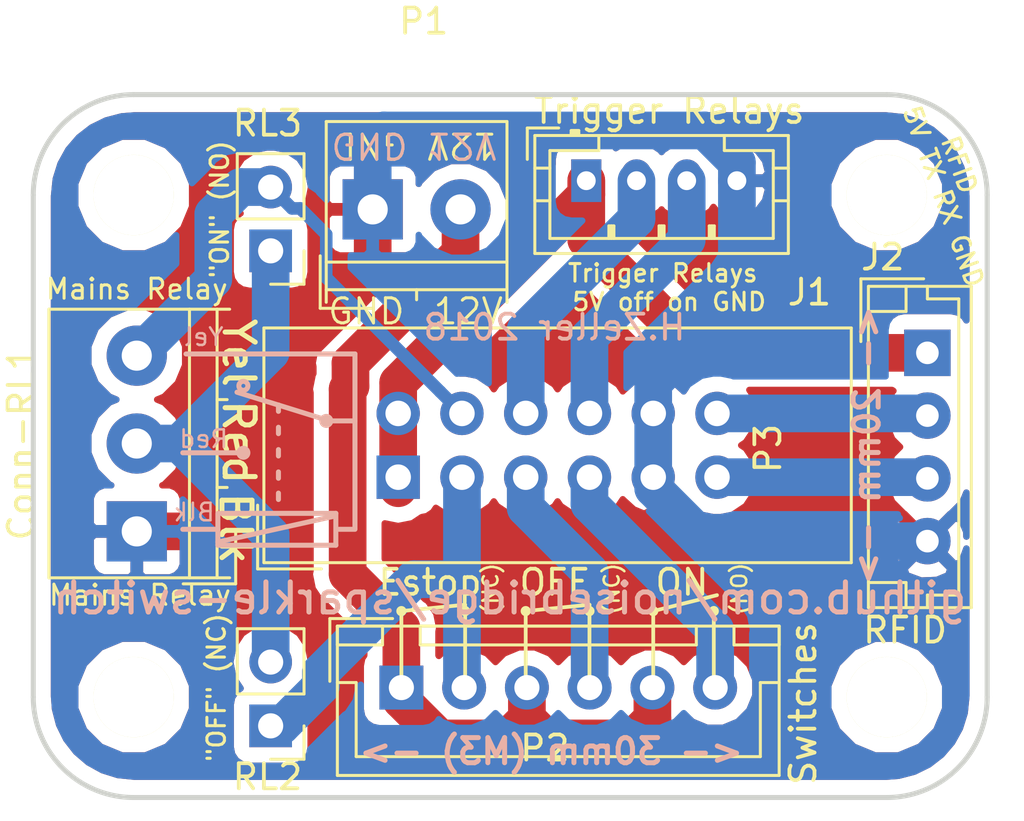
<source format=kicad_pcb>
(kicad_pcb (version 20171130) (host pcbnew "(6.0.0-rc1-dev-995-gf1b2855e8)")

  (general
    (thickness 1.6)
    (drawings 76)
    (tracks 88)
    (zones 0)
    (modules 12)
    (nets 13)
  )

  (page A4)
  (layers
    (0 F.Cu signal)
    (31 B.Cu signal)
    (32 B.Adhes user)
    (33 F.Adhes user)
    (34 B.Paste user)
    (35 F.Paste user)
    (36 B.SilkS user)
    (37 F.SilkS user)
    (38 B.Mask user)
    (39 F.Mask user)
    (40 Dwgs.User user)
    (41 Cmts.User user)
    (42 Eco1.User user)
    (43 Eco2.User user)
    (44 Edge.Cuts user)
    (45 Margin user)
    (46 B.CrtYd user)
    (47 F.CrtYd user)
    (48 B.Fab user)
    (49 F.Fab user)
  )

  (setup
    (last_trace_width 1.5)
    (user_trace_width 0.5)
    (user_trace_width 0.8)
    (user_trace_width 1.5)
    (user_trace_width 1.75)
    (user_trace_width 2)
    (trace_clearance 0.4)
    (zone_clearance 0.6)
    (zone_45_only no)
    (trace_min 0.2)
    (via_size 0.6)
    (via_drill 0.4)
    (via_min_size 0.4)
    (via_min_drill 0.3)
    (uvia_size 0.3)
    (uvia_drill 0.1)
    (uvias_allowed no)
    (uvia_min_size 0.2)
    (uvia_min_drill 0.1)
    (edge_width 0.2)
    (segment_width 0.1)
    (pcb_text_width 0.3)
    (pcb_text_size 1.5 1.5)
    (mod_edge_width 0.15)
    (mod_text_size 1 1)
    (mod_text_width 0.15)
    (pad_size 2.6 4)
    (pad_drill 1.4)
    (pad_to_mask_clearance 0.2)
    (solder_mask_min_width 0.25)
    (aux_axis_origin 0 0)
    (grid_origin 194 98)
    (visible_elements FFFFFF7F)
    (pcbplotparams
      (layerselection 0x00000_fffffffe)
      (usegerberextensions false)
      (usegerberattributes false)
      (usegerberadvancedattributes false)
      (creategerberjobfile false)
      (excludeedgelayer true)
      (linewidth 0.100000)
      (plotframeref false)
      (viasonmask false)
      (mode 1)
      (useauxorigin false)
      (hpglpennumber 1)
      (hpglpenspeed 20)
      (hpglpendiameter 15.000000)
      (psnegative false)
      (psa4output false)
      (plotreference true)
      (plotvalue true)
      (plotinvisibletext false)
      (padsonsilk false)
      (subtractmaskfromsilk false)
      (outputformat 4)
      (mirror false)
      (drillshape 1)
      (scaleselection 1)
      (outputdirectory ""))
  )

  (net 0 "")
  (net 1 GND)
  (net 2 +12V)
  (net 3 /Sustain)
  (net 4 /Trigger)
  (net 5 +5V)
  (net 6 /switch-box/RL-Trigger-Off)
  (net 7 /switch-box/RL-Trigger-On)
  (net 8 /switch-box/RX)
  (net 9 /switch-box/TX)
  (net 10 /switch-box/Sense-EStop)
  (net 11 /switch-box/But-Off)
  (net 12 /switch-box/But-On)

  (net_class Default "This is the default net class."
    (clearance 0.4)
    (trace_width 1.5)
    (via_dia 0.6)
    (via_drill 0.4)
    (uvia_dia 0.3)
    (uvia_drill 0.1)
    (add_net +12V)
    (add_net +5V)
    (add_net /Sustain)
    (add_net /Trigger)
    (add_net /switch-box/But-Off)
    (add_net /switch-box/But-On)
    (add_net /switch-box/RL-Trigger-Off)
    (add_net /switch-box/RL-Trigger-On)
    (add_net /switch-box/RX)
    (add_net /switch-box/Sense-EStop)
    (add_net /switch-box/TX)
    (add_net GND)
  )

  (net_class foo ""
    (clearance 0.2)
    (trace_width 0.3)
    (via_dia 0.6)
    (via_drill 0.4)
    (uvia_dia 0.3)
    (uvia_drill 0.1)
  )

  (module Connectors_JST:JST_EH_B04B-EH-A_04x2.50mm_Straight (layer F.Cu) (tedit 58A3B0B5) (tstamp 5BCEF03C)
    (at 193.619 108.287 270)
    (descr "JST EH series connector, B04B-EH-A, 2.50mm pitch, top entry")
    (tags "connector jst eh top vertical straight")
    (path /58AB5D07/5BCF4AA1)
    (fp_text reference J2 (at -3.81 1.778) (layer F.SilkS)
      (effects (font (size 1 1) (thickness 0.15)))
    )
    (fp_text value "RFID connect" (at 3.75 3.5 270) (layer F.Fab)
      (effects (font (size 1 1) (thickness 0.15)))
    )
    (fp_line (start 10.65 -2.25) (end -3.15 -2.25) (layer F.CrtYd) (width 0.05))
    (fp_line (start 10.65 2.85) (end 10.65 -2.25) (layer F.CrtYd) (width 0.05))
    (fp_line (start -3.15 2.85) (end 10.65 2.85) (layer F.CrtYd) (width 0.05))
    (fp_line (start -3.15 -2.25) (end -3.15 2.85) (layer F.CrtYd) (width 0.05))
    (fp_line (start -2.95 2.65) (end -0.45 2.65) (layer F.Fab) (width 0.1))
    (fp_line (start -2.95 0.15) (end -2.95 2.65) (layer F.Fab) (width 0.1))
    (fp_line (start -2.95 2.65) (end -0.45 2.65) (layer F.SilkS) (width 0.12))
    (fp_line (start -2.95 0.15) (end -2.95 2.65) (layer F.SilkS) (width 0.12))
    (fp_line (start 9.15 0.85) (end 9.15 2.35) (layer F.SilkS) (width 0.12))
    (fp_line (start 10.15 0.85) (end 9.15 0.85) (layer F.SilkS) (width 0.12))
    (fp_line (start -1.65 0.85) (end -1.65 2.35) (layer F.SilkS) (width 0.12))
    (fp_line (start -2.65 0.85) (end -1.65 0.85) (layer F.SilkS) (width 0.12))
    (fp_line (start 9.65 0) (end 10.15 0) (layer F.SilkS) (width 0.12))
    (fp_line (start 9.65 -1.25) (end 9.65 0) (layer F.SilkS) (width 0.12))
    (fp_line (start -2.15 -1.25) (end 9.65 -1.25) (layer F.SilkS) (width 0.12))
    (fp_line (start -2.15 0) (end -2.15 -1.25) (layer F.SilkS) (width 0.12))
    (fp_line (start -2.65 0) (end -2.15 0) (layer F.SilkS) (width 0.12))
    (fp_line (start 10.15 -1.75) (end -2.65 -1.75) (layer F.SilkS) (width 0.12))
    (fp_line (start 10.15 2.35) (end 10.15 -1.75) (layer F.SilkS) (width 0.12))
    (fp_line (start -2.65 2.35) (end 10.15 2.35) (layer F.SilkS) (width 0.12))
    (fp_line (start -2.65 -1.75) (end -2.65 2.35) (layer F.SilkS) (width 0.12))
    (fp_line (start 10 -1.6) (end -2.5 -1.6) (layer F.Fab) (width 0.1))
    (fp_line (start 10 2.2) (end 10 -1.6) (layer F.Fab) (width 0.1))
    (fp_line (start -2.5 2.2) (end 10 2.2) (layer F.Fab) (width 0.1))
    (fp_line (start -2.5 -1.6) (end -2.5 2.2) (layer F.Fab) (width 0.1))
    (fp_text user %R (at 3.75 -3 270) (layer F.Fab)
      (effects (font (size 1 1) (thickness 0.15)))
    )
    (pad 4 thru_hole circle (at 7.5 0 270) (size 1.85 1.85) (drill 0.9) (layers *.Cu *.Mask)
      (net 1 GND))
    (pad 3 thru_hole circle (at 5 0 270) (size 1.85 1.85) (drill 0.9) (layers *.Cu *.Mask)
      (net 8 /switch-box/RX))
    (pad 2 thru_hole circle (at 2.5 0 270) (size 1.85 1.85) (drill 0.9) (layers *.Cu *.Mask)
      (net 9 /switch-box/TX))
    (pad 1 thru_hole rect (at 0 0 270) (size 1.85 1.85) (drill 0.9) (layers *.Cu *.Mask)
      (net 5 +5V))
    (model Connectors_JST.3dshapes/JST_EH_B04B-EH-A_04x2.50mm_Straight.wrl
      (at (xyz 0 0 0))
      (scale (xyz 1 1 1))
      (rotate (xyz 0 0 0))
    )
  )

  (module Connectors_JST:JST_PH_B4B-PH-K_04x2.00mm_Straight (layer F.Cu) (tedit 58D3FE4F) (tstamp 5BCEB51A)
    (at 180.03 101.429)
    (descr "JST PH series connector, B4B-PH-K, top entry type, through hole, Datasheet: http://www.jst-mfg.com/product/pdf/eng/ePH.pdf")
    (tags "connector jst ph")
    (path /58AB5D07/5BCF26C7)
    (fp_text reference J1 (at 8.89 4.445 180) (layer F.SilkS)
      (effects (font (size 1 1) (thickness 0.15)))
    )
    (fp_text value "Relay Control" (at 3 3.8) (layer F.Fab)
      (effects (font (size 1 1) (thickness 0.15)))
    )
    (fp_text user %R (at 3 1.5) (layer F.Fab)
      (effects (font (size 1 1) (thickness 0.15)))
    )
    (fp_line (start 8.45 -2.2) (end -2.45 -2.2) (layer F.CrtYd) (width 0.05))
    (fp_line (start 8.45 3.3) (end 8.45 -2.2) (layer F.CrtYd) (width 0.05))
    (fp_line (start -2.45 3.3) (end 8.45 3.3) (layer F.CrtYd) (width 0.05))
    (fp_line (start -2.45 -2.2) (end -2.45 3.3) (layer F.CrtYd) (width 0.05))
    (fp_line (start 7.95 -1.7) (end -1.95 -1.7) (layer F.Fab) (width 0.1))
    (fp_line (start 7.95 2.8) (end 7.95 -1.7) (layer F.Fab) (width 0.1))
    (fp_line (start -1.95 2.8) (end 7.95 2.8) (layer F.Fab) (width 0.1))
    (fp_line (start -1.95 -1.7) (end -1.95 2.8) (layer F.Fab) (width 0.1))
    (fp_line (start -2.35 -2.1) (end -2.35 -0.85) (layer F.Fab) (width 0.1))
    (fp_line (start -1.1 -2.1) (end -2.35 -2.1) (layer F.Fab) (width 0.1))
    (fp_line (start -2.35 -2.1) (end -2.35 -0.85) (layer F.SilkS) (width 0.12))
    (fp_line (start -1.1 -2.1) (end -2.35 -2.1) (layer F.SilkS) (width 0.12))
    (fp_line (start 5 2.3) (end 5 1.8) (layer F.SilkS) (width 0.12))
    (fp_line (start 5.1 1.8) (end 5.1 2.3) (layer F.SilkS) (width 0.12))
    (fp_line (start 4.9 1.8) (end 5.1 1.8) (layer F.SilkS) (width 0.12))
    (fp_line (start 4.9 2.3) (end 4.9 1.8) (layer F.SilkS) (width 0.12))
    (fp_line (start 3 2.3) (end 3 1.8) (layer F.SilkS) (width 0.12))
    (fp_line (start 3.1 1.8) (end 3.1 2.3) (layer F.SilkS) (width 0.12))
    (fp_line (start 2.9 1.8) (end 3.1 1.8) (layer F.SilkS) (width 0.12))
    (fp_line (start 2.9 2.3) (end 2.9 1.8) (layer F.SilkS) (width 0.12))
    (fp_line (start 1 2.3) (end 1 1.8) (layer F.SilkS) (width 0.12))
    (fp_line (start 1.1 1.8) (end 1.1 2.3) (layer F.SilkS) (width 0.12))
    (fp_line (start 0.9 1.8) (end 1.1 1.8) (layer F.SilkS) (width 0.12))
    (fp_line (start 0.9 2.3) (end 0.9 1.8) (layer F.SilkS) (width 0.12))
    (fp_line (start -0.3 -1.9) (end -0.6 -1.9) (layer F.SilkS) (width 0.12))
    (fp_line (start -0.6 -2) (end -0.6 -1.8) (layer F.SilkS) (width 0.12))
    (fp_line (start -0.3 -2) (end -0.6 -2) (layer F.SilkS) (width 0.12))
    (fp_line (start -0.3 -1.8) (end -0.3 -2) (layer F.SilkS) (width 0.12))
    (fp_line (start 8.05 0.8) (end 7.45 0.8) (layer F.SilkS) (width 0.12))
    (fp_line (start 8.05 -0.5) (end 7.45 -0.5) (layer F.SilkS) (width 0.12))
    (fp_line (start -2.05 0.8) (end -1.45 0.8) (layer F.SilkS) (width 0.12))
    (fp_line (start -2.05 -0.5) (end -1.45 -0.5) (layer F.SilkS) (width 0.12))
    (fp_line (start 5.5 -1.2) (end 5.5 -1.8) (layer F.SilkS) (width 0.12))
    (fp_line (start 7.45 -1.2) (end 5.5 -1.2) (layer F.SilkS) (width 0.12))
    (fp_line (start 7.45 2.3) (end 7.45 -1.2) (layer F.SilkS) (width 0.12))
    (fp_line (start -1.45 2.3) (end 7.45 2.3) (layer F.SilkS) (width 0.12))
    (fp_line (start -1.45 -1.2) (end -1.45 2.3) (layer F.SilkS) (width 0.12))
    (fp_line (start 0.5 -1.2) (end -1.45 -1.2) (layer F.SilkS) (width 0.12))
    (fp_line (start 0.5 -1.8) (end 0.5 -1.2) (layer F.SilkS) (width 0.12))
    (fp_line (start 8.05 -1.8) (end -2.05 -1.8) (layer F.SilkS) (width 0.12))
    (fp_line (start 8.05 2.9) (end 8.05 -1.8) (layer F.SilkS) (width 0.12))
    (fp_line (start -2.05 2.9) (end 8.05 2.9) (layer F.SilkS) (width 0.12))
    (fp_line (start -2.05 -1.8) (end -2.05 2.9) (layer F.SilkS) (width 0.12))
    (pad 4 thru_hole oval (at 6 0) (size 1.2 1.7) (drill 0.75) (layers *.Cu *.Mask)
      (net 1 GND))
    (pad 3 thru_hole oval (at 4 0) (size 1.2 1.7) (drill 0.75) (layers *.Cu *.Mask)
      (net 7 /switch-box/RL-Trigger-On))
    (pad 2 thru_hole oval (at 2 0) (size 1.2 1.7) (drill 0.75) (layers *.Cu *.Mask)
      (net 6 /switch-box/RL-Trigger-Off))
    (pad 1 thru_hole rect (at 0 0) (size 1.2 1.7) (drill 0.75) (layers *.Cu *.Mask)
      (net 5 +5V))
    (model ${KISYS3DMOD}/Connectors_JST.3dshapes/JST_PH_B4B-PH-K_04x2.00mm_Straight.wrl
      (at (xyz 0 0 0))
      (scale (xyz 1 1 1))
      (rotate (xyz 0 0 0))
    )
  )

  (module TerminalBlock_4UCON:TerminalBlock_4UCON_19963_02x3.5mm_Straight (layer F.Cu) (tedit 596E7C65) (tstamp 5BCEAD30)
    (at 171.521 102.572)
    (descr "2-way 3.5mm pitch terminal block, https://cdn-shop.adafruit.com/datasheets/19963.pdf")
    (tags "screw terminal block")
    (path /58AB5D07/57D0AC23)
    (fp_text reference P1 (at 2.032 -7.493) (layer F.SilkS)
      (effects (font (size 1 1) (thickness 0.15)))
    )
    (fp_text value 12V (at 1.905 -6.096) (layer F.Fab)
      (effects (font (size 1 1) (thickness 0.15)))
    )
    (fp_line (start -2.25 -3.9) (end -2.25 4.1) (layer F.CrtYd) (width 0.05))
    (fp_line (start -2.25 4.1) (end 5.75 4.1) (layer F.CrtYd) (width 0.05))
    (fp_line (start 5.75 4.1) (end 5.75 -3.9) (layer F.CrtYd) (width 0.05))
    (fp_line (start 5.75 -3.9) (end -2.25 -3.9) (layer F.CrtYd) (width 0.05))
    (fp_line (start -1.75 2.1) (end 5.25 2.1) (layer F.Fab) (width 0.1))
    (fp_line (start -1.75 3.2) (end 5.25 3.2) (layer F.Fab) (width 0.1))
    (fp_line (start -1.75 3.6) (end -1.75 -3.4) (layer F.Fab) (width 0.1))
    (fp_line (start -1.75 -3.4) (end 5.25 -3.4) (layer F.Fab) (width 0.1))
    (fp_line (start 5.25 -3.4) (end 5.25 3.6) (layer F.Fab) (width 0.1))
    (fp_line (start 1.75 3.2) (end 1.75 3.6) (layer F.Fab) (width 0.1))
    (fp_line (start -2.09 1.85) (end -2.09 3.94) (layer F.Fab) (width 0.1))
    (fp_line (start -2.09 3.94) (end 0 3.94) (layer F.Fab) (width 0.1))
    (fp_line (start -1.85 2.1) (end 5.35 2.1) (layer F.SilkS) (width 0.12))
    (fp_line (start -1.85 3.2) (end 5.35 3.2) (layer F.SilkS) (width 0.12))
    (fp_line (start -1.85 3.7) (end -1.85 -3.5) (layer F.SilkS) (width 0.12))
    (fp_line (start -1.85 -3.5) (end 5.35 -3.5) (layer F.SilkS) (width 0.12))
    (fp_line (start 5.35 -3.5) (end 5.35 3.7) (layer F.SilkS) (width 0.12))
    (fp_line (start 1.75 3.2) (end 1.75 3.6) (layer F.SilkS) (width 0.12))
    (fp_line (start -2.09 1.85) (end -2.09 3.94) (layer F.SilkS) (width 0.12))
    (fp_line (start -2.09 3.94) (end 0 3.94) (layer F.SilkS) (width 0.12))
    (fp_text user %R (at 1.75 0.1) (layer F.Fab)
      (effects (font (size 1 1) (thickness 0.15)))
    )
    (pad 1 thru_hole rect (at 0 0) (size 2.4 2.4) (drill 1.2) (layers *.Cu *.Mask)
      (net 1 GND))
    (pad 2 thru_hole circle (at 3.5 0) (size 2.4 2.4) (drill 1.2) (layers *.Cu *.Mask)
      (net 2 +12V))
    (model ${KISYS3DMOD}/Connectors_Terminal_Blocks.3dshapes/TerminalBlock_4UCON_19963_02x3.5mm_Straight.wrl
      (at (xyz 0 0 0))
      (scale (xyz 1 1 1))
      (rotate (xyz 0 0 0))
    )
  )

  (module TerminalBlock_4UCON:TerminalBlock_4UCON_19963_03x3.5mm_Straight (layer F.Cu) (tedit 596E7C65) (tstamp 5A51DC82)
    (at 162.123 115.399 90)
    (descr "3-way 3.5mm pitch terminal block, https://cdn-shop.adafruit.com/datasheets/19963.pdf")
    (tags "screw terminal block")
    (path /58AB5D07/58AB7BE4)
    (fp_text reference Conn-RL1 (at 3.5 -4.6 90) (layer F.SilkS)
      (effects (font (size 1 1) (thickness 0.15)))
    )
    (fp_text value HV-Relay (at 3.5 5.1 90) (layer F.Fab)
      (effects (font (size 1 1) (thickness 0.15)))
    )
    (fp_line (start -2.25 -3.9) (end -2.25 4.1) (layer F.CrtYd) (width 0.05))
    (fp_line (start -2.25 4.1) (end 9.25 4.1) (layer F.CrtYd) (width 0.05))
    (fp_line (start 9.25 4.1) (end 9.25 -3.9) (layer F.CrtYd) (width 0.05))
    (fp_line (start 9.25 -3.9) (end -2.25 -3.9) (layer F.CrtYd) (width 0.05))
    (fp_line (start -1.75 2.1) (end 8.75 2.1) (layer F.Fab) (width 0.1))
    (fp_line (start -1.75 3.2) (end 8.75 3.2) (layer F.Fab) (width 0.1))
    (fp_line (start -1.75 3.6) (end -1.75 -3.4) (layer F.Fab) (width 0.1))
    (fp_line (start -1.75 -3.4) (end 8.75 -3.4) (layer F.Fab) (width 0.1))
    (fp_line (start 8.75 -3.4) (end 8.75 3.6) (layer F.Fab) (width 0.1))
    (fp_line (start 1.75 3.2) (end 1.75 3.6) (layer F.Fab) (width 0.1))
    (fp_line (start 5.25 3.2) (end 5.25 3.6) (layer F.Fab) (width 0.1))
    (fp_line (start -2.09 1.85) (end -2.09 3.94) (layer F.Fab) (width 0.1))
    (fp_line (start -2.09 3.94) (end 0 3.94) (layer F.Fab) (width 0.1))
    (fp_line (start -1.85 2.1) (end 8.85 2.1) (layer F.SilkS) (width 0.12))
    (fp_line (start -1.85 3.2) (end 8.85 3.2) (layer F.SilkS) (width 0.12))
    (fp_line (start -1.85 3.7) (end -1.85 -3.5) (layer F.SilkS) (width 0.12))
    (fp_line (start -1.85 -3.5) (end 8.85 -3.5) (layer F.SilkS) (width 0.12))
    (fp_line (start 8.85 -3.5) (end 8.85 3.7) (layer F.SilkS) (width 0.12))
    (fp_line (start 1.75 3.2) (end 1.75 3.6) (layer F.SilkS) (width 0.12))
    (fp_line (start 5.25 3.2) (end 5.25 3.6) (layer F.SilkS) (width 0.12))
    (fp_line (start -2.09 1.85) (end -2.09 3.94) (layer F.SilkS) (width 0.12))
    (fp_line (start -2.09 3.94) (end 0 3.94) (layer F.SilkS) (width 0.12))
    (fp_text user %R (at 3.5 0.1 90) (layer F.Fab)
      (effects (font (size 1 1) (thickness 0.15)))
    )
    (pad 1 thru_hole rect (at 0 0 90) (size 2.4 2.4) (drill 1.2) (layers *.Cu *.Mask)
      (net 1 GND))
    (pad 2 thru_hole circle (at 3.5 0 90) (size 2.4 2.4) (drill 1.2) (layers *.Cu *.Mask)
      (net 3 /Sustain))
    (pad 3 thru_hole circle (at 7 0 90) (size 2.4 2.4) (drill 1.2) (layers *.Cu *.Mask)
      (net 4 /Trigger))
    (model ${KISYS3DMOD}/Connectors_Terminal_Blocks.3dshapes/TerminalBlock_4UCON_19963_03x3.5mm_Straight.wrl
      (at (xyz 0 0 0))
      (scale (xyz 1 1 1))
      (rotate (xyz 0 0 0))
    )
  )

  (module Connectors_IDC:IDC-Header_2x06_Pitch2.54mm_Straight (layer F.Cu) (tedit 59DE051E) (tstamp 5A51C1ED)
    (at 172.537 113.24 90)
    (descr "12 pins through hole IDC header")
    (tags "IDC header socket VASCH")
    (path /58AB5D07/5A512E9A)
    (fp_text reference P3 (at 1.143 14.732 90) (layer F.SilkS)
      (effects (font (size 1 1) (thickness 0.15)))
    )
    (fp_text value Pi (at 1.27 19.304 90) (layer F.Fab)
      (effects (font (size 1 1) (thickness 0.15)))
    )
    (fp_text user %R (at 1.27 6.35 90) (layer F.Fab)
      (effects (font (size 1 1) (thickness 0.15)))
    )
    (fp_line (start 5.695 -5.1) (end 5.695 17.8) (layer F.Fab) (width 0.1))
    (fp_line (start 5.145 -4.56) (end 5.145 17.24) (layer F.Fab) (width 0.1))
    (fp_line (start -3.155 -5.1) (end -3.155 17.8) (layer F.Fab) (width 0.1))
    (fp_line (start -2.605 -4.56) (end -2.605 4.1) (layer F.Fab) (width 0.1))
    (fp_line (start -2.605 8.6) (end -2.605 17.24) (layer F.Fab) (width 0.1))
    (fp_line (start -2.605 4.1) (end -3.155 4.1) (layer F.Fab) (width 0.1))
    (fp_line (start -2.605 8.6) (end -3.155 8.6) (layer F.Fab) (width 0.1))
    (fp_line (start 5.695 -5.1) (end -3.155 -5.1) (layer F.Fab) (width 0.1))
    (fp_line (start 5.145 -4.56) (end -2.605 -4.56) (layer F.Fab) (width 0.1))
    (fp_line (start 5.695 17.8) (end -3.155 17.8) (layer F.Fab) (width 0.1))
    (fp_line (start 5.145 17.24) (end -2.605 17.24) (layer F.Fab) (width 0.1))
    (fp_line (start 5.695 -5.1) (end 5.145 -4.56) (layer F.Fab) (width 0.1))
    (fp_line (start 5.695 17.8) (end 5.145 17.24) (layer F.Fab) (width 0.1))
    (fp_line (start -3.155 -5.1) (end -2.605 -4.56) (layer F.Fab) (width 0.1))
    (fp_line (start -3.155 17.8) (end -2.605 17.24) (layer F.Fab) (width 0.1))
    (fp_line (start 6.2 -5.85) (end 6.2 18.3) (layer F.CrtYd) (width 0.05))
    (fp_line (start 6.2 18.3) (end -3.91 18.3) (layer F.CrtYd) (width 0.05))
    (fp_line (start -3.91 18.3) (end -3.91 -5.85) (layer F.CrtYd) (width 0.05))
    (fp_line (start -3.91 -5.85) (end 6.2 -5.85) (layer F.CrtYd) (width 0.05))
    (fp_line (start 5.945 -5.35) (end 5.945 18.05) (layer F.SilkS) (width 0.12))
    (fp_line (start 5.945 18.05) (end -3.405 18.05) (layer F.SilkS) (width 0.12))
    (fp_line (start -3.405 18.05) (end -3.405 -5.35) (layer F.SilkS) (width 0.12))
    (fp_line (start -3.405 -5.35) (end 5.945 -5.35) (layer F.SilkS) (width 0.12))
    (fp_line (start -3.655 -5.6) (end -3.655 -3.06) (layer F.SilkS) (width 0.12))
    (fp_line (start -3.655 -5.6) (end -1.115 -5.6) (layer F.SilkS) (width 0.12))
    (pad 1 thru_hole rect (at 0 0 90) (size 1.7272 1.7272) (drill 1.016) (layers *.Cu *.Mask)
      (net 5 +5V))
    (pad 2 thru_hole oval (at 2.54 0 90) (size 1.7272 1.7272) (drill 1.016) (layers *.Cu *.Mask)
      (net 5 +5V))
    (pad 3 thru_hole oval (at 0 2.54 90) (size 1.7272 1.7272) (drill 1.016) (layers *.Cu *.Mask)
      (net 10 /switch-box/Sense-EStop))
    (pad 4 thru_hole oval (at 2.54 2.54 90) (size 1.7272 1.7272) (drill 1.016) (layers *.Cu *.Mask)
      (net 4 /Trigger))
    (pad 5 thru_hole oval (at 0 5.08 90) (size 1.7272 1.7272) (drill 1.016) (layers *.Cu *.Mask)
      (net 11 /switch-box/But-Off))
    (pad 6 thru_hole oval (at 2.54 5.08 90) (size 1.7272 1.7272) (drill 1.016) (layers *.Cu *.Mask)
      (net 6 /switch-box/RL-Trigger-Off))
    (pad 7 thru_hole oval (at 0 7.62 90) (size 1.7272 1.7272) (drill 1.016) (layers *.Cu *.Mask)
      (net 12 /switch-box/But-On))
    (pad 8 thru_hole oval (at 2.54 7.62 90) (size 1.7272 1.7272) (drill 1.016) (layers *.Cu *.Mask)
      (net 7 /switch-box/RL-Trigger-On))
    (pad 9 thru_hole oval (at 0 10.16 90) (size 1.7272 1.7272) (drill 1.016) (layers *.Cu *.Mask)
      (net 1 GND))
    (pad 10 thru_hole oval (at 2.54 10.16 90) (size 1.7272 1.7272) (drill 1.016) (layers *.Cu *.Mask)
      (net 1 GND))
    (pad 11 thru_hole oval (at 0 12.7 90) (size 1.7272 1.7272) (drill 1.016) (layers *.Cu *.Mask)
      (net 8 /switch-box/RX))
    (pad 12 thru_hole oval (at 2.54 12.7 90) (size 1.7272 1.7272) (drill 1.016) (layers *.Cu *.Mask)
      (net 9 /switch-box/TX))
    (model ${KISYS3DMOD}/Connectors_IDC.3dshapes/IDC-Header_2x06_Pitch2.54mm_Straight.wrl
      (at (xyz 0 0 0))
      (scale (xyz 1 1 1))
      (rotate (xyz 0 0 0))
    )
  )

  (module Connectors_JST:JST_XH_B06B-XH-A_06x2.50mm_Straight (layer F.Cu) (tedit 58EAE7F0) (tstamp 5A51AAFB)
    (at 172.664 121.622)
    (descr "JST XH series connector, B06B-XH-A, top entry type, through hole")
    (tags "connector jst xh tht top vertical 2.50mm")
    (path /58AB5D07/58AB6DAC)
    (fp_text reference P2 (at 5.715 2.413) (layer F.SilkS)
      (effects (font (size 1 1) (thickness 0.15)))
    )
    (fp_text value Switches (at 6.25 4.5) (layer F.Fab)
      (effects (font (size 1 1) (thickness 0.15)))
    )
    (fp_line (start -2.45 -2.35) (end -2.45 3.4) (layer F.Fab) (width 0.1))
    (fp_line (start -2.45 3.4) (end 14.95 3.4) (layer F.Fab) (width 0.1))
    (fp_line (start 14.95 3.4) (end 14.95 -2.35) (layer F.Fab) (width 0.1))
    (fp_line (start 14.95 -2.35) (end -2.45 -2.35) (layer F.Fab) (width 0.1))
    (fp_line (start -2.95 -2.85) (end -2.95 3.9) (layer F.CrtYd) (width 0.05))
    (fp_line (start -2.95 3.9) (end 15.45 3.9) (layer F.CrtYd) (width 0.05))
    (fp_line (start 15.45 3.9) (end 15.45 -2.85) (layer F.CrtYd) (width 0.05))
    (fp_line (start 15.45 -2.85) (end -2.95 -2.85) (layer F.CrtYd) (width 0.05))
    (fp_line (start -2.55 -2.45) (end -2.55 3.5) (layer F.SilkS) (width 0.12))
    (fp_line (start -2.55 3.5) (end 15.05 3.5) (layer F.SilkS) (width 0.12))
    (fp_line (start 15.05 3.5) (end 15.05 -2.45) (layer F.SilkS) (width 0.12))
    (fp_line (start 15.05 -2.45) (end -2.55 -2.45) (layer F.SilkS) (width 0.12))
    (fp_line (start 0.75 -2.45) (end 0.75 -1.7) (layer F.SilkS) (width 0.12))
    (fp_line (start 0.75 -1.7) (end 11.75 -1.7) (layer F.SilkS) (width 0.12))
    (fp_line (start 11.75 -1.7) (end 11.75 -2.45) (layer F.SilkS) (width 0.12))
    (fp_line (start 11.75 -2.45) (end 0.75 -2.45) (layer F.SilkS) (width 0.12))
    (fp_line (start -2.55 -2.45) (end -2.55 -1.7) (layer F.SilkS) (width 0.12))
    (fp_line (start -2.55 -1.7) (end -0.75 -1.7) (layer F.SilkS) (width 0.12))
    (fp_line (start -0.75 -1.7) (end -0.75 -2.45) (layer F.SilkS) (width 0.12))
    (fp_line (start -0.75 -2.45) (end -2.55 -2.45) (layer F.SilkS) (width 0.12))
    (fp_line (start 13.25 -2.45) (end 13.25 -1.7) (layer F.SilkS) (width 0.12))
    (fp_line (start 13.25 -1.7) (end 15.05 -1.7) (layer F.SilkS) (width 0.12))
    (fp_line (start 15.05 -1.7) (end 15.05 -2.45) (layer F.SilkS) (width 0.12))
    (fp_line (start 15.05 -2.45) (end 13.25 -2.45) (layer F.SilkS) (width 0.12))
    (fp_line (start -2.55 -0.2) (end -1.8 -0.2) (layer F.SilkS) (width 0.12))
    (fp_line (start -1.8 -0.2) (end -1.8 2.75) (layer F.SilkS) (width 0.12))
    (fp_line (start -1.8 2.75) (end 6.25 2.75) (layer F.SilkS) (width 0.12))
    (fp_line (start 15.05 -0.2) (end 14.3 -0.2) (layer F.SilkS) (width 0.12))
    (fp_line (start 14.3 -0.2) (end 14.3 2.75) (layer F.SilkS) (width 0.12))
    (fp_line (start 14.3 2.75) (end 6.25 2.75) (layer F.SilkS) (width 0.12))
    (fp_line (start -0.35 -2.75) (end -2.85 -2.75) (layer F.SilkS) (width 0.12))
    (fp_line (start -2.85 -2.75) (end -2.85 -0.25) (layer F.SilkS) (width 0.12))
    (fp_line (start -0.35 -2.75) (end -2.85 -2.75) (layer F.Fab) (width 0.1))
    (fp_line (start -2.85 -2.75) (end -2.85 -0.25) (layer F.Fab) (width 0.1))
    (fp_text user %R (at 6.25 2.5) (layer F.Fab)
      (effects (font (size 1 1) (thickness 0.15)))
    )
    (pad 1 thru_hole rect (at 0 0) (size 1.75 1.75) (drill 1) (layers *.Cu *.Mask)
      (net 2 +12V))
    (pad 2 thru_hole circle (at 2.5 0) (size 1.75 1.75) (drill 1) (layers *.Cu *.Mask)
      (net 10 /switch-box/Sense-EStop))
    (pad 3 thru_hole circle (at 5 0) (size 1.75 1.75) (drill 1) (layers *.Cu *.Mask)
      (net 2 +12V))
    (pad 4 thru_hole circle (at 7.5 0) (size 1.75 1.75) (drill 1) (layers *.Cu *.Mask)
      (net 11 /switch-box/But-Off))
    (pad 5 thru_hole circle (at 10 0) (size 1.75 1.75) (drill 1) (layers *.Cu *.Mask)
      (net 2 +12V))
    (pad 6 thru_hole circle (at 12.5 0) (size 1.75 1.75) (drill 1) (layers *.Cu *.Mask)
      (net 12 /switch-box/But-On))
    (model Connectors_JST.3dshapes/JST_XH_B06B-XH-A_06x2.50mm_Straight.wrl
      (at (xyz 0 0 0))
      (scale (xyz 1 1 1))
      (rotate (xyz 0 0 0))
    )
  )

  (module Pin_Headers:Pin_Header_Straight_1x02_Pitch2.54mm (layer F.Cu) (tedit 59650532) (tstamp 5A51AAFA)
    (at 167.457 104.223 180)
    (descr "Through hole straight pin header, 1x02, 2.54mm pitch, single row")
    (tags "Through hole pin header THT 1x02 2.54mm single row")
    (path /58AB5D07/5A511CC6)
    (fp_text reference RL3 (at 0.127 5.08 180) (layer F.SilkS)
      (effects (font (size 1 1) (thickness 0.15)))
    )
    (fp_text value "Enable On (NO)" (at 2.794 -1.397 180) (layer F.Fab)
      (effects (font (size 1 1) (thickness 0.15)))
    )
    (fp_line (start -0.635 -1.27) (end 1.27 -1.27) (layer F.Fab) (width 0.1))
    (fp_line (start 1.27 -1.27) (end 1.27 3.81) (layer F.Fab) (width 0.1))
    (fp_line (start 1.27 3.81) (end -1.27 3.81) (layer F.Fab) (width 0.1))
    (fp_line (start -1.27 3.81) (end -1.27 -0.635) (layer F.Fab) (width 0.1))
    (fp_line (start -1.27 -0.635) (end -0.635 -1.27) (layer F.Fab) (width 0.1))
    (fp_line (start -1.33 3.87) (end 1.33 3.87) (layer F.SilkS) (width 0.12))
    (fp_line (start -1.33 1.27) (end -1.33 3.87) (layer F.SilkS) (width 0.12))
    (fp_line (start 1.33 1.27) (end 1.33 3.87) (layer F.SilkS) (width 0.12))
    (fp_line (start -1.33 1.27) (end 1.33 1.27) (layer F.SilkS) (width 0.12))
    (fp_line (start -1.33 0) (end -1.33 -1.33) (layer F.SilkS) (width 0.12))
    (fp_line (start -1.33 -1.33) (end 0 -1.33) (layer F.SilkS) (width 0.12))
    (fp_line (start -1.8 -1.8) (end -1.8 4.35) (layer F.CrtYd) (width 0.05))
    (fp_line (start -1.8 4.35) (end 1.8 4.35) (layer F.CrtYd) (width 0.05))
    (fp_line (start 1.8 4.35) (end 1.8 -1.8) (layer F.CrtYd) (width 0.05))
    (fp_line (start 1.8 -1.8) (end -1.8 -1.8) (layer F.CrtYd) (width 0.05))
    (fp_text user %R (at 0 1.27 270) (layer F.Fab)
      (effects (font (size 1 1) (thickness 0.15)))
    )
    (pad 1 thru_hole rect (at 0 0 180) (size 1.7 1.7) (drill 1) (layers *.Cu *.Mask)
      (net 3 /Sustain))
    (pad 2 thru_hole oval (at 0 2.54 180) (size 1.7 1.7) (drill 1) (layers *.Cu *.Mask)
      (net 4 /Trigger))
    (model ${KISYS3DMOD}/Pin_Headers.3dshapes/Pin_Header_Straight_1x02_Pitch2.54mm.wrl
      (at (xyz 0 0 0))
      (scale (xyz 1 1 1))
      (rotate (xyz 0 0 0))
    )
  )

  (module Pin_Headers:Pin_Header_Straight_1x02_Pitch2.54mm (layer F.Cu) (tedit 59650532) (tstamp 5A51AAE4)
    (at 167.457 123.146 180)
    (descr "Through hole straight pin header, 1x02, 2.54mm pitch, single row")
    (tags "Through hole pin header THT 1x02 2.54mm single row")
    (path /58AB5D07/5A511DE8)
    (fp_text reference RL2 (at 0.127 -2.032 180) (layer F.SilkS)
      (effects (font (size 1 1) (thickness 0.15)))
    )
    (fp_text value "Trigger off (NC)" (at 2.54 4.87 180) (layer F.Fab)
      (effects (font (size 1 1) (thickness 0.15)))
    )
    (fp_text user %R (at 0 1.27 270) (layer F.Fab)
      (effects (font (size 1 1) (thickness 0.15)))
    )
    (fp_line (start 1.8 -1.8) (end -1.8 -1.8) (layer F.CrtYd) (width 0.05))
    (fp_line (start 1.8 4.35) (end 1.8 -1.8) (layer F.CrtYd) (width 0.05))
    (fp_line (start -1.8 4.35) (end 1.8 4.35) (layer F.CrtYd) (width 0.05))
    (fp_line (start -1.8 -1.8) (end -1.8 4.35) (layer F.CrtYd) (width 0.05))
    (fp_line (start -1.33 -1.33) (end 0 -1.33) (layer F.SilkS) (width 0.12))
    (fp_line (start -1.33 0) (end -1.33 -1.33) (layer F.SilkS) (width 0.12))
    (fp_line (start -1.33 1.27) (end 1.33 1.27) (layer F.SilkS) (width 0.12))
    (fp_line (start 1.33 1.27) (end 1.33 3.87) (layer F.SilkS) (width 0.12))
    (fp_line (start -1.33 1.27) (end -1.33 3.87) (layer F.SilkS) (width 0.12))
    (fp_line (start -1.33 3.87) (end 1.33 3.87) (layer F.SilkS) (width 0.12))
    (fp_line (start -1.27 -0.635) (end -0.635 -1.27) (layer F.Fab) (width 0.1))
    (fp_line (start -1.27 3.81) (end -1.27 -0.635) (layer F.Fab) (width 0.1))
    (fp_line (start 1.27 3.81) (end -1.27 3.81) (layer F.Fab) (width 0.1))
    (fp_line (start 1.27 -1.27) (end 1.27 3.81) (layer F.Fab) (width 0.1))
    (fp_line (start -0.635 -1.27) (end 1.27 -1.27) (layer F.Fab) (width 0.1))
    (pad 2 thru_hole oval (at 0 2.54 180) (size 1.7 1.7) (drill 1) (layers *.Cu *.Mask)
      (net 3 /Sustain))
    (pad 1 thru_hole rect (at 0 0 180) (size 1.7 1.7) (drill 1) (layers *.Cu *.Mask)
      (net 10 /switch-box/Sense-EStop))
    (model ${KISYS3DMOD}/Pin_Headers.3dshapes/Pin_Header_Straight_1x02_Pitch2.54mm.wrl
      (at (xyz 0 0 0))
      (scale (xyz 1 1 1))
      (rotate (xyz 0 0 0))
    )
  )

  (module Mounting_Holes:MountingHole_3.2mm_M3 locked (layer F.Cu) (tedit 5A46594F) (tstamp 58AD2187)
    (at 192 122)
    (descr "Mounting Hole 3.2mm, no annular, M3")
    (tags "mounting hole 3.2mm no annular m3")
    (fp_text reference REF** (at 0 -4.2) (layer F.SilkS) hide
      (effects (font (size 1 1) (thickness 0.15)))
    )
    (fp_text value M (at 0 0) (layer F.Fab)
      (effects (font (size 1 1) (thickness 0.15)))
    )
    (fp_circle (center 0 0) (end 3.2 0) (layer Cmts.User) (width 0.15))
    (fp_circle (center 0 0) (end 3.45 0) (layer F.CrtYd) (width 0.05))
    (pad 1 np_thru_hole circle (at 0 0) (size 3.2 3.2) (drill 3.2) (layers *.Cu *.Mask F.SilkS))
  )

  (module Mounting_Holes:MountingHole_3.2mm_M3 locked (layer F.Cu) (tedit 5A465956) (tstamp 58AD2181)
    (at 192 102)
    (descr "Mounting Hole 3.2mm, no annular, M3")
    (tags "mounting hole 3.2mm no annular m3")
    (fp_text reference REF** (at 0 -4.2) (layer F.SilkS) hide
      (effects (font (size 1 1) (thickness 0.15)))
    )
    (fp_text value M (at 0 0 180) (layer F.Fab)
      (effects (font (size 1 1) (thickness 0.15)))
    )
    (fp_circle (center 0 0) (end 3.45 0) (layer F.CrtYd) (width 0.05))
    (fp_circle (center 0 0) (end 3.2 0) (layer Cmts.User) (width 0.15))
    (pad 1 np_thru_hole circle (at 0 0) (size 3.2 3.2) (drill 3.2) (layers *.Cu *.Mask F.SilkS))
  )

  (module Mounting_Holes:MountingHole_3.2mm_M3 locked (layer F.Cu) (tedit 5A46594A) (tstamp 58AD217B)
    (at 162 102)
    (descr "Mounting Hole 3.2mm, no annular, M3")
    (tags "mounting hole 3.2mm no annular m3")
    (fp_text reference REF** (at 0 -4.2) (layer F.SilkS) hide
      (effects (font (size 1 1) (thickness 0.15)))
    )
    (fp_text value M (at 0 0) (layer F.Fab)
      (effects (font (size 1 1) (thickness 0.15)))
    )
    (fp_circle (center 0 0) (end 3.2 0) (layer Cmts.User) (width 0.15))
    (fp_circle (center 0 0) (end 3.45 0) (layer F.CrtYd) (width 0.05))
    (pad 1 np_thru_hole circle (at 0 0) (size 3.2 3.2) (drill 3.2) (layers *.Cu *.Mask F.SilkS))
  )

  (module Mounting_Holes:MountingHole_3.2mm_M3 locked (layer F.Cu) (tedit 5A465934) (tstamp 58AD215B)
    (at 162 122)
    (descr "Mounting Hole 3.2mm, no annular, M3")
    (tags "mounting hole 3.2mm no annular m3")
    (fp_text reference REF** (at 0 -4.2) (layer F.SilkS) hide
      (effects (font (size 1 1) (thickness 0.15)))
    )
    (fp_text value M (at 0 0) (layer F.Fab)
      (effects (font (size 1 1) (thickness 0.15)))
    )
    (fp_circle (center 0 0) (end 3.45 0) (layer F.CrtYd) (width 0.05))
    (fp_circle (center 0 0) (end 3.2 0) (layer Cmts.User) (width 0.15))
    (pad 1 np_thru_hole circle (at 0 0) (size 3.2 3.2) (drill 3.2) (layers *.Cu *.Mask F.SilkS))
  )

  (gr_text "<- 20mm ->" (at 191.206 111.97 90) (layer B.SilkS) (tstamp 5BCF4F06)
    (effects (font (size 1 1) (thickness 0.2)) (justify mirror))
  )
  (gr_text "<- 30mm (M3) ->" (at 178.633 124.162) (layer B.SilkS)
    (effects (font (size 1 1) (thickness 0.2)) (justify mirror))
  )
  (gr_text github.com/noisebridge/sparkle-switch (at 176.982 118.066) (layer B.SilkS)
    (effects (font (size 1.2 1.2) (thickness 0.2)) (justify mirror))
  )
  (gr_line (start 167.767 114.129) (end 167.767 113.875) (layer B.SilkS) (width 0.2) (tstamp 5BCF1C46))
  (gr_text "Mains Relay" (at 162.25 117.939) (layer F.SilkS) (tstamp 5BCF19D5)
    (effects (font (size 0.8 0.8) (thickness 0.12)))
  )
  (gr_text RFID (at 192.73 119.336) (layer F.SilkS) (tstamp 5BCF195E)
    (effects (font (size 1 1) (thickness 0.15)))
  )
  (gr_text "\"OFF\" (NC)" (at 165.298 121.622 90) (layer F.SilkS) (tstamp 5BCF11D9)
    (effects (font (size 0.7 0.7) (thickness 0.12)))
  )
  (gr_text "\"ON\" (NO)" (at 165.425 102.572 90) (layer F.SilkS)
    (effects (font (size 0.7 0.7) (thickness 0.12)))
  )
  (gr_text "H.Zeller 2018" (at 178.76 107.271) (layer B.SilkS) (tstamp 5BCF0DA2)
    (effects (font (size 1 1) (thickness 0.15)) (justify mirror))
  )
  (gr_text "Mains Relay" (at 162.123 105.747) (layer F.SilkS)
    (effects (font (size 0.8 0.8) (thickness 0.12)))
  )
  (gr_text "Trigger Relays" (at 183.332 98.635) (layer F.SilkS)
    (effects (font (size 1 1) (thickness 0.15)))
  )
  (gr_text Switches (at 188.666 122.257 90) (layer F.SilkS)
    (effects (font (size 1 1) (thickness 0.15)))
  )
  (gr_text RFID (at 194.889 100.794 290) (layer F.SilkS) (tstamp 5BCF063D)
    (effects (font (size 0.7 0.7) (thickness 0.12)))
  )
  (gr_text "(NC)" (at 176.22 117.685 90) (layer F.SilkS) (tstamp 5BCF0287)
    (effects (font (size 0.6 0.6) (thickness 0.1)))
  )
  (gr_circle (center 185.11 118.574) (end 185.237 118.574) (layer F.SilkS) (width 0.15))
  (gr_circle (center 182.697 118.574) (end 182.824 118.574) (layer F.SilkS) (width 0.15))
  (gr_circle (center 180.157 118.574) (end 180.284 118.574) (layer F.SilkS) (width 0.15))
  (gr_circle (center 177.617 118.574) (end 177.744 118.574) (layer F.SilkS) (width 0.15))
  (gr_circle (center 175.204 118.574) (end 175.331 118.574) (layer F.SilkS) (width 0.15))
  (gr_circle (center 172.664 118.574) (end 172.791 118.574) (layer F.SilkS) (width 0.15))
  (gr_line (start 185.11 121.368) (end 185.11 118.447) (layer F.SilkS) (width 0.15))
  (gr_line (start 182.697 118.574) (end 185.237 117.939) (layer F.SilkS) (width 0.15))
  (gr_line (start 182.697 121.368) (end 182.697 118.574) (layer F.SilkS) (width 0.15))
  (gr_line (start 180.157 118.32) (end 180.157 121.368) (layer F.SilkS) (width 0.15))
  (gr_line (start 177.617 118.574) (end 180.157 118.32) (layer F.SilkS) (width 0.15))
  (gr_line (start 177.617 121.368) (end 177.617 118.574) (layer F.SilkS) (width 0.15))
  (gr_line (start 175.204 118.32) (end 175.204 121.368) (layer F.SilkS) (width 0.15))
  (gr_line (start 172.664 118.574) (end 175.204 118.32) (layer F.SilkS) (width 0.15))
  (gr_line (start 172.664 121.368) (end 172.664 118.574) (layer F.SilkS) (width 0.15))
  (gr_text "(NO)" (at 186.126 117.685 90) (layer F.SilkS) (tstamp 5BCEF399)
    (effects (font (size 0.6 0.6) (thickness 0.1)))
  )
  (gr_text "(NC)" (at 181.046 117.685 90) (layer F.SilkS)
    (effects (font (size 0.6 0.6) (thickness 0.1)))
  )
  (gr_text ON (at 183.84 117.431) (layer F.SilkS) (tstamp 5BCEEFEB)
    (effects (font (size 1 1) (thickness 0.15)))
  )
  (gr_text OFF (at 178.76 117.431) (layer F.SilkS) (tstamp 5BCEEE8A)
    (effects (font (size 1 1) (thickness 0.15)))
  )
  (gr_text Estop (at 173.807 117.431) (layer F.SilkS)
    (effects (font (size 1 1) (thickness 0.15)))
  )
  (gr_text "Trigger Relays" (at 183.078 105.112) (layer F.SilkS) (tstamp 5BCEECB3)
    (effects (font (size 0.7 0.7) (thickness 0.12)))
  )
  (gr_text "5V off on GND" (at 183.332 106.255) (layer F.SilkS) (tstamp 5BCEE9EE)
    (effects (font (size 0.7 0.7) (thickness 0.12)))
  )
  (gr_text "5V TX RX GND" (at 194.254 102.064 290) (layer F.SilkS)
    (effects (font (size 0.7 0.7) (thickness 0.12)))
  )
  (gr_text GND (at 171.267 106.636) (layer F.SilkS) (tstamp 5BCEDD68)
    (effects (font (size 1 1) (thickness 0.12)))
  )
  (gr_text 12V (at 175.331 106.636) (layer F.SilkS) (tstamp 5BCEDCF1)
    (effects (font (size 1 1) (thickness 0.12)))
  )
  (gr_text GND (at 171.394 100.032 180) (layer B.SilkS) (tstamp 5BCEE313)
    (effects (font (size 1 1) (thickness 0.12)) (justify mirror))
  )
  (gr_text 12V (at 175.077 100.032 180) (layer B.SilkS) (tstamp 5BCEE2A1)
    (effects (font (size 1 1) (thickness 0.12)) (justify mirror))
  )
  (gr_text 12V (at 175.077 100.032 180) (layer F.SilkS) (tstamp 5BCEE1BE)
    (effects (font (size 1 1) (thickness 0.12)))
  )
  (gr_text Yel (at 164.79 107.652) (layer B.SilkS) (tstamp 5BCEA397)
    (effects (font (size 0.7 0.7) (thickness 0.1)) (justify mirror))
  )
  (gr_text Red (at 164.79 111.716) (layer B.SilkS) (tstamp 5BCEA396)
    (effects (font (size 0.7 0.7) (thickness 0.1)) (justify mirror))
  )
  (gr_line (start 170.053 115.951) (end 165.354 115.951) (layer B.SilkS) (width 0.2) (tstamp 5BCEA395))
  (gr_line (start 165.354 115.951) (end 165.354 114.681) (layer B.SilkS) (width 0.2) (tstamp 5BCEA394))
  (gr_circle (center 166.37 112.268) (end 166.549605 112.268) (layer B.SilkS) (width 0.2) (tstamp 5BCEA393))
  (gr_line (start 167.767 113.284) (end 167.767 113.03) (layer B.SilkS) (width 0.2) (tstamp 5BCEA392))
  (gr_circle (center 169.672 110.998) (end 169.851605 110.998) (layer B.SilkS) (width 0.2) (tstamp 5BCEA391))
  (gr_line (start 169.799 110.998) (end 166.116 109.855) (layer B.SilkS) (width 0.2) (tstamp 5BCEA390))
  (gr_line (start 167.767 112.395) (end 167.767 112.141) (layer B.SilkS) (width 0.2) (tstamp 5BCEA38F))
  (gr_line (start 165.354 115.316) (end 163.957 115.316) (layer B.SilkS) (width 0.2) (tstamp 5BCEA38E))
  (gr_line (start 169.926 114.808) (end 165.354 115.824) (layer B.SilkS) (width 0.2) (tstamp 5BCEA38D))
  (gr_circle (center 166.37 109.601) (end 166.549605 109.601) (layer B.SilkS) (width 0.2) (tstamp 5BCEA38C))
  (gr_line (start 166.37 112.268) (end 163.957 112.268) (layer B.SilkS) (width 0.2) (tstamp 5BCEA38B))
  (gr_line (start 169.672 110.998) (end 170.815 110.998) (layer B.SilkS) (width 0.2) (tstamp 5BCEA38A))
  (gr_line (start 170.18 115.316) (end 170.815 115.316) (layer B.SilkS) (width 0.2) (tstamp 5BCEA389))
  (gr_line (start 167.767 111.506) (end 167.767 111.252) (layer B.SilkS) (width 0.2) (tstamp 5BCEA388))
  (gr_line (start 165.481 114.681) (end 170.053 114.681) (layer B.SilkS) (width 0.2) (tstamp 5BCEA387))
  (gr_line (start 170.053 114.681) (end 170.053 115.951) (layer B.SilkS) (width 0.2) (tstamp 5BCEA386))
  (gr_line (start 170.815 108.331) (end 164.084 108.331) (layer B.SilkS) (width 0.2) (tstamp 5BCEA385))
  (gr_line (start 167.767 110.617) (end 167.767 110.363) (layer B.SilkS) (width 0.2) (tstamp 5BCEA384))
  (gr_line (start 170.815 115.272) (end 170.815 108.331) (layer B.SilkS) (width 0.2) (tstamp 5BCEA383))
  (gr_text Blk (at 164.409 114.637) (layer B.SilkS) (tstamp 5BCEA382)
    (effects (font (size 0.7 0.7) (thickness 0.1)) (justify mirror))
  )
  (gr_arc (start 192 122) (end 192 126) (angle -90) (layer Edge.Cuts) (width 0.2) (tstamp 5A46985A))
  (gr_arc (start 162 122) (end 158 122) (angle -90) (layer Edge.Cuts) (width 0.2) (tstamp 5A469847))
  (gr_arc (start 162 102) (end 162 98) (angle -90) (layer Edge.Cuts) (width 0.2) (tstamp 5A469815))
  (gr_arc (start 192 102) (end 196 102) (angle -90) (layer Edge.Cuts) (width 0.2))
  (gr_text GND (at 171.394 100.032 180) (layer F.SilkS) (tstamp 5A57E603)
    (effects (font (size 1 1) (thickness 0.12)))
  )
  (gr_text Yel (at 166.187 108.287 270) (layer F.SilkS) (tstamp 5A5BA637)
    (effects (font (size 1.2 1.2) (thickness 0.2)))
  )
  (gr_text Red (at 166.187 111.843 270) (layer F.SilkS) (tstamp 5A5BA634)
    (effects (font (size 1.2 1.2) (thickness 0.2)))
  )
  (gr_text Blk (at 166.06 115.272 270) (layer F.SilkS) (tstamp 5A518169)
    (effects (font (size 1.2 1.2) (thickness 0.2)))
  )
  (gr_line (start 158 122) (end 158 102) (layer Edge.Cuts) (width 0.2))
  (gr_line (start 192 126) (end 162 126) (layer Edge.Cuts) (width 0.2))
  (gr_line (start 196 102) (end 196 122) (layer Edge.Cuts) (width 0.2) (tstamp 5A51C710))
  (gr_line (start 162 98) (end 192 98) (layer Edge.Cuts) (width 0.2))

  (segment (start 182.697 110.7) (end 182.697 113.24) (width 1.5) (layer B.Cu) (net 1))
  (segment (start 186.03 103.779) (end 186.03 101.429) (width 1.5) (layer B.Cu) (net 1))
  (segment (start 186.03 106.145686) (end 186.03 103.779) (width 1.5) (layer B.Cu) (net 1))
  (segment (start 182.697 109.478686) (end 186.03 106.145686) (width 1.5) (layer B.Cu) (net 1))
  (segment (start 182.697 110.7) (end 182.697 109.478686) (width 1.5) (layer B.Cu) (net 1))
  (segment (start 184.754877 99.42899) (end 186.03 100.704113) (width 1.5) (layer B.Cu) (net 1))
  (segment (start 171.96401 99.42899) (end 184.754877 99.42899) (width 1.5) (layer B.Cu) (net 1))
  (segment (start 186.03 100.704113) (end 186.03 101.429) (width 1.5) (layer B.Cu) (net 1))
  (segment (start 171.521 99.872) (end 171.96401 99.42899) (width 1.5) (layer B.Cu) (net 1))
  (segment (start 171.521 102.572) (end 171.521 99.872) (width 1.5) (layer B.Cu) (net 1))
  (segment (start 162.123 115.399) (end 162.170849 115.399) (width 1.5) (layer F.Cu) (net 1))
  (segment (start 192.310853 115.787) (end 193.619 115.787) (width 1.5) (layer B.Cu) (net 1))
  (segment (start 184.80387 115.787) (end 192.310853 115.787) (width 1.5) (layer B.Cu) (net 1))
  (segment (start 182.697 113.68013) (end 184.80387 115.787) (width 1.5) (layer B.Cu) (net 1))
  (segment (start 182.697 113.24) (end 182.697 113.68013) (width 1.5) (layer B.Cu) (net 1))
  (segment (start 166.830648 114.374352) (end 165.806 115.399) (width 1.5) (layer F.Cu) (net 1))
  (segment (start 166.830648 109.811) (end 166.830648 114.374352) (width 1.5) (layer F.Cu) (net 1))
  (segment (start 171.521 102.572) (end 171.521 105.120648) (width 1.5) (layer F.Cu) (net 1))
  (segment (start 165.806 115.399) (end 162.123 115.399) (width 1.5) (layer F.Cu) (net 1))
  (segment (start 171.521 105.120648) (end 166.830648 109.811) (width 1.5) (layer F.Cu) (net 1))
  (segment (start 174.191999 123.647001) (end 176.876435 123.647001) (width 1.5) (layer F.Cu) (net 2))
  (segment (start 172.664 122.119002) (end 174.191999 123.647001) (width 1.5) (layer F.Cu) (net 2))
  (segment (start 176.876435 123.647001) (end 177.664 122.859436) (width 1.5) (layer F.Cu) (net 2))
  (segment (start 172.664 121.622) (end 172.664 122.119002) (width 1.5) (layer F.Cu) (net 2))
  (segment (start 182.664 122.859436) (end 182.664 121.622) (width 1.5) (layer F.Cu) (net 2))
  (segment (start 181.876435 123.647001) (end 182.664 122.859436) (width 1.5) (layer F.Cu) (net 2))
  (segment (start 178.451565 123.647001) (end 181.876435 123.647001) (width 1.5) (layer F.Cu) (net 2))
  (segment (start 177.664 122.859436) (end 178.451565 123.647001) (width 1.5) (layer F.Cu) (net 2))
  (segment (start 177.664 121.622) (end 177.664 122.859436) (width 1.5) (layer F.Cu) (net 2))
  (segment (start 175.021 102.572) (end 175.021 104.307667) (width 1.5) (layer F.Cu) (net 2))
  (segment (start 170.523399 117.106399) (end 172.664 119.247) (width 1.5) (layer F.Cu) (net 2))
  (segment (start 172.664 119.247) (end 172.664 121.622) (width 1.5) (layer F.Cu) (net 2))
  (segment (start 175.021 104.307667) (end 170.63699 108.691677) (width 1.5) (layer F.Cu) (net 2))
  (segment (start 170.523399 109.733471) (end 170.523399 117.106399) (width 1.5) (layer F.Cu) (net 2))
  (segment (start 170.63699 109.61988) (end 170.523399 109.733471) (width 1.5) (layer F.Cu) (net 2))
  (segment (start 170.63699 108.691677) (end 170.63699 109.61988) (width 1.5) (layer F.Cu) (net 2))
  (segment (start 167.457 108.262056) (end 167.457 107.906) (width 1.5) (layer B.Cu) (net 3))
  (segment (start 167.457 107.906) (end 167.457 104.223) (width 1.5) (layer B.Cu) (net 3))
  (segment (start 163.820056 111.899) (end 167.457 108.262056) (width 1.5) (layer B.Cu) (net 3))
  (segment (start 167.457 119.403919) (end 167.457 120.606) (width 1.5) (layer B.Cu) (net 3))
  (segment (start 167.457 115.535944) (end 167.457 119.403919) (width 1.5) (layer B.Cu) (net 3))
  (segment (start 163.820056 111.899) (end 167.457 115.535944) (width 1.5) (layer B.Cu) (net 3))
  (segment (start 162.123 111.899) (end 163.820056 111.899) (width 1.5) (layer B.Cu) (net 3))
  (segment (start 174.213401 109.836401) (end 175.077 110.7) (width 0.5) (layer B.Cu) (net 4))
  (segment (start 169.670999 105.293999) (end 174.213401 109.836401) (width 0.5) (layer B.Cu) (net 4))
  (segment (start 169.670999 103.566997) (end 169.670999 105.293999) (width 0.5) (layer B.Cu) (net 4))
  (segment (start 168.637001 102.532999) (end 169.670999 103.566997) (width 0.5) (layer B.Cu) (net 4))
  (segment (start 168.306999 102.532999) (end 168.637001 102.532999) (width 0.5) (layer B.Cu) (net 4))
  (segment (start 167.457 101.683) (end 168.306999 102.532999) (width 0.5) (layer B.Cu) (net 4))
  (segment (start 166.254919 101.683) (end 165.171 102.766919) (width 1.5) (layer B.Cu) (net 4))
  (segment (start 167.457 101.683) (end 166.254919 101.683) (width 1.5) (layer B.Cu) (net 4))
  (segment (start 165.171 105.351) (end 162.123 108.399) (width 1.5) (layer B.Cu) (net 4))
  (segment (start 165.171 102.766919) (end 165.171 105.351) (width 1.5) (layer B.Cu) (net 4))
  (segment (start 172.537 109.478686) (end 172.537 110.7) (width 1.5) (layer F.Cu) (net 5))
  (segment (start 180.03 101.985686) (end 172.537 109.478686) (width 1.5) (layer F.Cu) (net 5))
  (segment (start 180.03 101.429) (end 180.03 101.985686) (width 1.5) (layer F.Cu) (net 5))
  (segment (start 172.537 110.7) (end 172.537 113.24) (width 1.5) (layer F.Cu) (net 5))
  (segment (start 172.537 113.24) (end 172.537 113.68013) (width 1.5) (layer F.Cu) (net 5))
  (segment (start 191.194 108.287) (end 193.619 108.287) (width 1.5) (layer F.Cu) (net 5))
  (segment (start 184.538 108.287) (end 191.194 108.287) (width 1.5) (layer F.Cu) (net 5))
  (segment (start 180.03 103.779) (end 184.538 108.287) (width 1.5) (layer F.Cu) (net 5))
  (segment (start 180.03 101.429) (end 180.03 103.779) (width 1.5) (layer F.Cu) (net 5))
  (segment (start 182.03 102.949002) (end 182.03 101.429) (width 1.5) (layer B.Cu) (net 6))
  (segment (start 177.617 107.362002) (end 182.03 102.949002) (width 1.5) (layer B.Cu) (net 6))
  (segment (start 177.617 110.7) (end 177.617 107.362002) (width 1.5) (layer B.Cu) (net 6))
  (segment (start 180.157 107.652) (end 184.03 103.779) (width 1.5) (layer B.Cu) (net 7))
  (segment (start 184.03 103.779) (end 184.03 101.429) (width 1.5) (layer B.Cu) (net 7))
  (segment (start 180.157 110.7) (end 180.157 107.652) (width 1.5) (layer B.Cu) (net 7))
  (segment (start 193.572 113.24) (end 193.619 113.287) (width 1.5) (layer B.Cu) (net 8))
  (segment (start 185.237 113.24) (end 193.572 113.24) (width 1.5) (layer B.Cu) (net 8))
  (segment (start 193.532 110.7) (end 193.619 110.787) (width 1.5) (layer B.Cu) (net 9))
  (segment (start 185.237 110.7) (end 193.532 110.7) (width 1.5) (layer B.Cu) (net 9))
  (segment (start 175.077 121.535) (end 175.164 121.622) (width 1.5) (layer B.Cu) (net 10))
  (segment (start 169.457001 121.008997) (end 173.161998 117.304) (width 1.5) (layer B.Cu) (net 10))
  (segment (start 169.457001 121.566001) (end 169.457001 121.008997) (width 1.5) (layer B.Cu) (net 10))
  (segment (start 173.161998 117.304) (end 175.077 117.304) (width 1.5) (layer B.Cu) (net 10))
  (segment (start 167.877002 123.146) (end 169.457001 121.566001) (width 1.5) (layer B.Cu) (net 10))
  (segment (start 167.457 123.146) (end 167.877002 123.146) (width 1.5) (layer B.Cu) (net 10))
  (segment (start 175.077 117.304) (end 175.077 121.535) (width 1.5) (layer B.Cu) (net 10))
  (segment (start 175.077 113.24) (end 175.077 117.304) (width 1.5) (layer B.Cu) (net 10))
  (segment (start 180.164 117.008314) (end 180.164 120.384564) (width 1.5) (layer B.Cu) (net 11))
  (segment (start 177.617 114.461314) (end 180.164 117.008314) (width 1.5) (layer B.Cu) (net 11))
  (segment (start 177.617 113.24) (end 177.617 114.461314) (width 1.5) (layer B.Cu) (net 11))
  (segment (start 180.164 120.384564) (end 180.164 121.622) (width 1.5) (layer B.Cu) (net 11))
  (segment (start 185.164 119.321294) (end 185.164 120.384564) (width 1.5) (layer B.Cu) (net 12))
  (segment (start 185.164 120.384564) (end 185.164 121.622) (width 1.5) (layer B.Cu) (net 12))
  (segment (start 180.157 113.24) (end 180.157 114.314294) (width 1.5) (layer B.Cu) (net 12))
  (segment (start 180.157 114.314294) (end 185.164 119.321294) (width 1.5) (layer B.Cu) (net 12))

  (zone (net 1) (net_name GND) (layer B.Cu) (tstamp 0) (hatch edge 0.508)
    (connect_pads (clearance 0.6))
    (min_thickness 0.254)
    (fill yes (arc_segments 16) (thermal_gap 0.508) (thermal_bridge_width 0.508))
    (polygon
      (pts
        (xy 157.805 97.79) (xy 196.54 97.79) (xy 196.54 125.73) (xy 157.805 125.73)
      )
    )
    (filled_polygon
      (pts
        (xy 192.637161 98.895976) (xy 193.248302 99.087496) (xy 193.808445 99.397988) (xy 194.294717 99.814773) (xy 194.687246 100.320818)
        (xy 194.970008 100.895465) (xy 195.134013 101.52509) (xy 195.173 102.031774) (xy 195.173 106.994802) (xy 195.068137 106.837863)
        (xy 194.827661 106.677182) (xy 194.544 106.620758) (xy 192.694 106.620758) (xy 192.410339 106.677182) (xy 192.169863 106.837863)
        (xy 192.009182 107.078339) (xy 191.952758 107.362) (xy 191.952758 109.212) (xy 191.954946 109.223) (xy 185.889517 109.223)
        (xy 185.857621 109.201688) (xy 185.393657 109.1094) (xy 185.080343 109.1094) (xy 184.616379 109.201688) (xy 184.090242 109.553242)
        (xy 183.909531 109.823694) (xy 183.903821 109.81151) (xy 183.471947 109.417312) (xy 183.056026 109.245042) (xy 182.824 109.366183)
        (xy 182.824 110.573) (xy 182.844 110.573) (xy 182.844 110.827) (xy 182.824 110.827) (xy 182.824 113.113)
        (xy 182.844 113.113) (xy 182.844 113.367) (xy 182.824 113.367) (xy 182.824 114.573817) (xy 183.056026 114.694958)
        (xy 183.471947 114.522688) (xy 183.903821 114.12849) (xy 183.909531 114.116306) (xy 184.090242 114.386758) (xy 184.616379 114.738312)
        (xy 185.080343 114.8306) (xy 185.393657 114.8306) (xy 185.857621 114.738312) (xy 185.889517 114.717) (xy 192.443124 114.717)
        (xy 192.406258 114.753866) (xy 192.520742 114.86835) (xy 192.261668 114.957821) (xy 192.047675 115.540368) (xy 192.072903 116.160461)
        (xy 192.261668 116.616179) (xy 192.520744 116.705651) (xy 193.439395 115.787) (xy 193.425253 115.772858) (xy 193.604858 115.593253)
        (xy 193.619 115.607395) (xy 194.527664 114.698731) (xy 194.554783 114.687498) (xy 195.019498 114.222783) (xy 195.173001 113.852195)
        (xy 195.173001 115.607808) (xy 195.165097 115.413539) (xy 194.976332 114.957821) (xy 194.717256 114.868349) (xy 193.798605 115.787)
        (xy 194.717256 116.705651) (xy 194.976332 116.616179) (xy 195.173001 116.080793) (xy 195.173001 121.958099) (xy 195.104024 122.63716)
        (xy 194.912504 123.248304) (xy 194.602011 123.808447) (xy 194.185227 124.294716) (xy 193.67918 124.687246) (xy 193.10453 124.970009)
        (xy 192.47491 125.134013) (xy 191.968226 125.173) (xy 162.041891 125.173) (xy 161.36284 125.104024) (xy 160.751696 124.912504)
        (xy 160.191553 124.602011) (xy 159.705284 124.185227) (xy 159.312754 123.67918) (xy 159.029991 123.10453) (xy 158.865987 122.47491)
        (xy 158.827 121.968226) (xy 158.827 121.537131) (xy 159.673 121.537131) (xy 159.673 122.462869) (xy 160.027264 123.31814)
        (xy 160.68186 123.972736) (xy 161.537131 124.327) (xy 162.462869 124.327) (xy 163.31814 123.972736) (xy 163.972736 123.31814)
        (xy 164.327 122.462869) (xy 164.327 121.537131) (xy 163.972736 120.68186) (xy 163.31814 120.027264) (xy 162.462869 119.673)
        (xy 161.537131 119.673) (xy 160.68186 120.027264) (xy 160.027264 120.68186) (xy 159.673 121.537131) (xy 158.827 121.537131)
        (xy 158.827 115.68475) (xy 160.288 115.68475) (xy 160.288 116.725309) (xy 160.384673 116.958698) (xy 160.563301 117.137327)
        (xy 160.79669 117.234) (xy 161.83725 117.234) (xy 161.996 117.07525) (xy 161.996 115.526) (xy 162.25 115.526)
        (xy 162.25 117.07525) (xy 162.40875 117.234) (xy 163.44931 117.234) (xy 163.682699 117.137327) (xy 163.861327 116.958698)
        (xy 163.958 116.725309) (xy 163.958 115.68475) (xy 163.79925 115.526) (xy 162.25 115.526) (xy 161.996 115.526)
        (xy 160.44675 115.526) (xy 160.288 115.68475) (xy 158.827 115.68475) (xy 158.827 102.041891) (xy 158.878271 101.537131)
        (xy 159.673 101.537131) (xy 159.673 102.462869) (xy 160.027264 103.31814) (xy 160.68186 103.972736) (xy 161.537131 104.327)
        (xy 162.462869 104.327) (xy 163.31814 103.972736) (xy 163.694 103.596876) (xy 163.694001 104.739205) (xy 161.961207 106.472)
        (xy 161.739696 106.472) (xy 161.031442 106.765368) (xy 160.489368 107.307442) (xy 160.196 108.015696) (xy 160.196 108.782304)
        (xy 160.489368 109.490558) (xy 161.031442 110.032632) (xy 161.31238 110.149) (xy 161.031442 110.265368) (xy 160.489368 110.807442)
        (xy 160.196 111.515696) (xy 160.196 112.282304) (xy 160.489368 112.990558) (xy 161.031442 113.532632) (xy 161.107171 113.564)
        (xy 160.79669 113.564) (xy 160.563301 113.660673) (xy 160.384673 113.839302) (xy 160.288 114.072691) (xy 160.288 115.11325)
        (xy 160.44675 115.272) (xy 161.996 115.272) (xy 161.996 115.252) (xy 162.25 115.252) (xy 162.25 115.272)
        (xy 163.79925 115.272) (xy 163.958 115.11325) (xy 163.958 114.125737) (xy 165.98 116.147737) (xy 165.980001 119.258444)
        (xy 165.98 119.258449) (xy 165.98 119.977962) (xy 165.971499 119.990685) (xy 165.849105 120.606) (xy 165.971499 121.221315)
        (xy 166.260193 121.653375) (xy 166.082863 121.771863) (xy 165.922182 122.012339) (xy 165.865758 122.296) (xy 165.865758 123.996)
        (xy 165.922182 124.279661) (xy 166.082863 124.520137) (xy 166.323339 124.680818) (xy 166.607 124.737242) (xy 168.307 124.737242)
        (xy 168.590661 124.680818) (xy 168.831137 124.520137) (xy 168.991818 124.279661) (xy 169.031468 124.080327) (xy 170.398535 122.713261)
        (xy 170.521859 122.630859) (xy 170.848304 122.142298) (xy 170.914173 121.811153) (xy 170.956518 121.598273) (xy 171.047758 121.507033)
        (xy 171.047758 122.497) (xy 171.104182 122.780661) (xy 171.264863 123.021137) (xy 171.505339 123.181818) (xy 171.789 123.238242)
        (xy 173.539 123.238242) (xy 173.822661 123.181818) (xy 174.063137 123.021137) (xy 174.157037 122.880607) (xy 174.25654 122.98011)
        (xy 174.845342 123.224) (xy 175.482658 123.224) (xy 176.07146 122.98011) (xy 176.414 122.63757) (xy 176.75654 122.98011)
        (xy 177.345342 123.224) (xy 177.982658 123.224) (xy 178.57146 122.98011) (xy 178.914 122.63757) (xy 179.25654 122.98011)
        (xy 179.845342 123.224) (xy 180.482658 123.224) (xy 181.07146 122.98011) (xy 181.414 122.63757) (xy 181.75654 122.98011)
        (xy 182.345342 123.224) (xy 182.982658 123.224) (xy 183.57146 122.98011) (xy 183.914 122.63757) (xy 184.25654 122.98011)
        (xy 184.845342 123.224) (xy 185.482658 123.224) (xy 186.07146 122.98011) (xy 186.52211 122.52946) (xy 186.766 121.940658)
        (xy 186.766 121.537131) (xy 189.673 121.537131) (xy 189.673 122.462869) (xy 190.027264 123.31814) (xy 190.68186 123.972736)
        (xy 191.537131 124.327) (xy 192.462869 124.327) (xy 193.31814 123.972736) (xy 193.972736 123.31814) (xy 194.327 122.462869)
        (xy 194.327 121.537131) (xy 193.972736 120.68186) (xy 193.31814 120.027264) (xy 192.462869 119.673) (xy 191.537131 119.673)
        (xy 190.68186 120.027264) (xy 190.027264 120.68186) (xy 189.673 121.537131) (xy 186.766 121.537131) (xy 186.766 121.303342)
        (xy 186.641 121.001566) (xy 186.641 119.466764) (xy 186.669936 119.321293) (xy 186.555303 118.744997) (xy 186.31126 118.37976)
        (xy 186.228858 118.256436) (xy 186.105534 118.174034) (xy 184.816756 116.885256) (xy 192.700349 116.885256) (xy 192.789821 117.144332)
        (xy 193.372368 117.358325) (xy 193.992461 117.333097) (xy 194.448179 117.144332) (xy 194.537651 116.885256) (xy 193.619 115.966605)
        (xy 192.700349 116.885256) (xy 184.816756 116.885256) (xy 182.527504 114.596004) (xy 182.57 114.573817) (xy 182.57 113.367)
        (xy 182.55 113.367) (xy 182.55 113.113) (xy 182.57 113.113) (xy 182.57 110.827) (xy 182.55 110.827)
        (xy 182.55 110.573) (xy 182.57 110.573) (xy 182.57 109.366183) (xy 182.337974 109.245042) (xy 181.922053 109.417312)
        (xy 181.634 109.680236) (xy 181.634 108.263793) (xy 184.971534 104.92626) (xy 185.094858 104.843858) (xy 185.421303 104.355297)
        (xy 185.489219 104.01386) (xy 185.535936 103.779001) (xy 185.507 103.63353) (xy 185.507 102.790599) (xy 185.620624 102.857286)
        (xy 185.712391 102.872462) (xy 185.903 102.747731) (xy 185.903 101.556) (xy 186.157 101.556) (xy 186.157 102.747731)
        (xy 186.347609 102.872462) (xy 186.439376 102.857286) (xy 186.859125 102.610933) (xy 187.152647 102.222701) (xy 187.275256 101.751696)
        (xy 187.112547 101.556) (xy 186.157 101.556) (xy 185.903 101.556) (xy 185.883 101.556) (xy 185.883 101.537131)
        (xy 189.673 101.537131) (xy 189.673 102.462869) (xy 190.027264 103.31814) (xy 190.68186 103.972736) (xy 191.537131 104.327)
        (xy 192.462869 104.327) (xy 193.31814 103.972736) (xy 193.972736 103.31814) (xy 194.327 102.462869) (xy 194.327 101.537131)
        (xy 193.972736 100.68186) (xy 193.31814 100.027264) (xy 192.462869 99.673) (xy 191.537131 99.673) (xy 190.68186 100.027264)
        (xy 190.027264 100.68186) (xy 189.673 101.537131) (xy 185.883 101.537131) (xy 185.883 101.302) (xy 185.903 101.302)
        (xy 185.903 100.110269) (xy 186.157 100.110269) (xy 186.157 101.302) (xy 187.112547 101.302) (xy 187.275256 101.106304)
        (xy 187.152647 100.635299) (xy 186.859125 100.247067) (xy 186.439376 100.000714) (xy 186.347609 99.985538) (xy 186.157 100.110269)
        (xy 185.903 100.110269) (xy 185.712391 99.985538) (xy 185.620624 100.000714) (xy 185.200875 100.247067) (xy 185.103069 100.376431)
        (xy 185.094858 100.364142) (xy 185.07072 100.348014) (xy 184.986712 100.222287) (xy 184.547769 99.928994) (xy 184.03 99.826003)
        (xy 183.51223 99.928994) (xy 183.073287 100.222288) (xy 183.03 100.287072) (xy 182.986712 100.222287) (xy 182.547769 99.928994)
        (xy 182.03 99.826003) (xy 181.51223 99.928994) (xy 181.206522 100.133263) (xy 181.154137 100.054863) (xy 180.913661 99.894182)
        (xy 180.63 99.837758) (xy 179.43 99.837758) (xy 179.146339 99.894182) (xy 178.905863 100.054863) (xy 178.745182 100.295339)
        (xy 178.688758 100.579) (xy 178.688758 102.279) (xy 178.745182 102.562661) (xy 178.905863 102.803137) (xy 179.146339 102.963818)
        (xy 179.43 103.020242) (xy 179.869967 103.020242) (xy 176.675468 106.214741) (xy 176.552143 106.297144) (xy 176.46974 106.420469)
        (xy 176.225697 106.785706) (xy 176.111064 107.362002) (xy 176.140001 107.507477) (xy 176.14 109.497277) (xy 175.697621 109.201688)
        (xy 175.233657 109.1094) (xy 174.920343 109.1094) (xy 174.876757 109.11807) (xy 170.647999 104.889313) (xy 170.647999 104.407)
        (xy 171.23525 104.407) (xy 171.394 104.24825) (xy 171.394 102.699) (xy 171.374 102.699) (xy 171.374 102.445)
        (xy 171.394 102.445) (xy 171.394 100.89575) (xy 171.648 100.89575) (xy 171.648 102.445) (xy 171.668 102.445)
        (xy 171.668 102.699) (xy 171.648 102.699) (xy 171.648 104.24825) (xy 171.80675 104.407) (xy 172.847309 104.407)
        (xy 173.080698 104.310327) (xy 173.259327 104.131699) (xy 173.356 103.89831) (xy 173.356 103.587829) (xy 173.387368 103.663558)
        (xy 173.929442 104.205632) (xy 174.637696 104.499) (xy 175.404304 104.499) (xy 176.112558 104.205632) (xy 176.654632 103.663558)
        (xy 176.948 102.955304) (xy 176.948 102.188696) (xy 176.654632 101.480442) (xy 176.112558 100.938368) (xy 175.404304 100.645)
        (xy 174.637696 100.645) (xy 173.929442 100.938368) (xy 173.387368 101.480442) (xy 173.356 101.556171) (xy 173.356 101.24569)
        (xy 173.259327 101.012301) (xy 173.080698 100.833673) (xy 172.847309 100.737) (xy 171.80675 100.737) (xy 171.648 100.89575)
        (xy 171.394 100.89575) (xy 171.23525 100.737) (xy 170.194691 100.737) (xy 169.961302 100.833673) (xy 169.782673 101.012301)
        (xy 169.686 101.24569) (xy 169.686 102.200312) (xy 169.395883 101.910195) (xy 169.341378 101.828622) (xy 169.055921 101.637886)
        (xy 168.942501 101.067685) (xy 168.593953 100.546047) (xy 168.072315 100.197499) (xy 167.612319 100.106) (xy 167.301681 100.106)
        (xy 166.841685 100.197499) (xy 166.828962 100.206) (xy 166.400389 100.206) (xy 166.254919 100.177064) (xy 166.109448 100.206)
        (xy 165.678622 100.291697) (xy 165.190061 100.618142) (xy 165.107658 100.741467) (xy 164.322605 101.526521) (xy 163.972736 100.68186)
        (xy 163.31814 100.027264) (xy 162.462869 99.673) (xy 161.537131 99.673) (xy 160.68186 100.027264) (xy 160.027264 100.68186)
        (xy 159.673 101.537131) (xy 158.878271 101.537131) (xy 158.895976 101.362839) (xy 159.087496 100.751698) (xy 159.397988 100.191555)
        (xy 159.814773 99.705283) (xy 160.320818 99.312754) (xy 160.895465 99.029992) (xy 161.52509 98.865987) (xy 162.031774 98.827)
        (xy 191.958109 98.827)
      )
    )
  )
  (zone (net 1) (net_name GND) (layer F.Cu) (tstamp 5BCF42E0) (hatch edge 0.508)
    (connect_pads (clearance 0.6))
    (min_thickness 0.254)
    (fill yes (arc_segments 16) (thermal_gap 0.508) (thermal_bridge_width 0.508))
    (polygon
      (pts
        (xy 157.678 97.917) (xy 196.413 97.917) (xy 196.413 125.857) (xy 157.678 125.857)
      )
    )
    (filled_polygon
      (pts
        (xy 192.637161 98.895976) (xy 193.248302 99.087496) (xy 193.808445 99.397988) (xy 194.294717 99.814773) (xy 194.687246 100.320818)
        (xy 194.970008 100.895465) (xy 195.134013 101.52509) (xy 195.173 102.031774) (xy 195.173 106.994802) (xy 195.068137 106.837863)
        (xy 194.827661 106.677182) (xy 194.544 106.620758) (xy 192.694 106.620758) (xy 192.410339 106.677182) (xy 192.211563 106.81)
        (xy 185.149794 106.81) (xy 181.507 103.167207) (xy 181.507 102.925511) (xy 181.512231 102.929006) (xy 182.03 103.031997)
        (xy 182.54777 102.929006) (xy 182.986713 102.635713) (xy 183.03 102.570929) (xy 183.073288 102.635713) (xy 183.512231 102.929006)
        (xy 184.03 103.031997) (xy 184.54777 102.929006) (xy 184.986713 102.635713) (xy 185.095977 102.472188) (xy 185.200875 102.610933)
        (xy 185.620624 102.857286) (xy 185.712391 102.872462) (xy 185.903 102.747731) (xy 185.903 101.556) (xy 186.157 101.556)
        (xy 186.157 102.747731) (xy 186.347609 102.872462) (xy 186.439376 102.857286) (xy 186.859125 102.610933) (xy 187.152647 102.222701)
        (xy 187.275256 101.751696) (xy 187.112547 101.556) (xy 186.157 101.556) (xy 185.903 101.556) (xy 185.883 101.556)
        (xy 185.883 101.537131) (xy 189.673 101.537131) (xy 189.673 102.462869) (xy 190.027264 103.31814) (xy 190.68186 103.972736)
        (xy 191.537131 104.327) (xy 192.462869 104.327) (xy 193.31814 103.972736) (xy 193.972736 103.31814) (xy 194.327 102.462869)
        (xy 194.327 101.537131) (xy 193.972736 100.68186) (xy 193.31814 100.027264) (xy 192.462869 99.673) (xy 191.537131 99.673)
        (xy 190.68186 100.027264) (xy 190.027264 100.68186) (xy 189.673 101.537131) (xy 185.883 101.537131) (xy 185.883 101.302)
        (xy 185.903 101.302) (xy 185.903 100.110269) (xy 186.157 100.110269) (xy 186.157 101.302) (xy 187.112547 101.302)
        (xy 187.275256 101.106304) (xy 187.152647 100.635299) (xy 186.859125 100.247067) (xy 186.439376 100.000714) (xy 186.347609 99.985538)
        (xy 186.157 100.110269) (xy 185.903 100.110269) (xy 185.712391 99.985538) (xy 185.620624 100.000714) (xy 185.200875 100.247067)
        (xy 185.095977 100.385812) (xy 184.986712 100.222287) (xy 184.547769 99.928994) (xy 184.03 99.826003) (xy 183.51223 99.928994)
        (xy 183.073287 100.222288) (xy 183.03 100.287072) (xy 182.986712 100.222287) (xy 182.547769 99.928994) (xy 182.03 99.826003)
        (xy 181.51223 99.928994) (xy 181.206522 100.133263) (xy 181.154137 100.054863) (xy 180.913661 99.894182) (xy 180.63 99.837758)
        (xy 179.43 99.837758) (xy 179.146339 99.894182) (xy 178.905863 100.054863) (xy 178.745182 100.295339) (xy 178.688758 100.579)
        (xy 178.688758 100.777782) (xy 178.638697 100.852704) (xy 178.553 101.28353) (xy 178.553 101.373892) (xy 176.931321 102.995572)
        (xy 176.948 102.955304) (xy 176.948 102.188696) (xy 176.654632 101.480442) (xy 176.112558 100.938368) (xy 175.404304 100.645)
        (xy 174.637696 100.645) (xy 173.929442 100.938368) (xy 173.387368 101.480442) (xy 173.356 101.556171) (xy 173.356 101.24569)
        (xy 173.259327 101.012301) (xy 173.080698 100.833673) (xy 172.847309 100.737) (xy 171.80675 100.737) (xy 171.648 100.89575)
        (xy 171.648 102.445) (xy 171.668 102.445) (xy 171.668 102.699) (xy 171.648 102.699) (xy 171.648 104.24825)
        (xy 171.80675 104.407) (xy 172.832874 104.407) (xy 169.69546 107.544414) (xy 169.572132 107.626819) (xy 169.312294 108.015696)
        (xy 169.245687 108.115381) (xy 169.131054 108.691677) (xy 169.15999 108.837147) (xy 169.15999 109.115429) (xy 169.132096 109.157175)
        (xy 169.017463 109.733471) (xy 169.046399 109.878942) (xy 169.0464 116.960924) (xy 169.017463 117.106399) (xy 169.132096 117.682695)
        (xy 169.132097 117.682696) (xy 169.458542 118.171257) (xy 169.581866 118.253659) (xy 171.187 119.858794) (xy 171.187 120.339392)
        (xy 171.104182 120.463339) (xy 171.047758 120.747) (xy 171.047758 122.497) (xy 171.104182 122.780661) (xy 171.264863 123.021137)
        (xy 171.505339 123.181818) (xy 171.634552 123.20752) (xy 171.722469 123.266264) (xy 173.044738 124.588534) (xy 173.127141 124.711859)
        (xy 173.615702 125.038304) (xy 174.044528 125.123603) (xy 174.191999 125.152937) (xy 174.337469 125.124001) (xy 176.730965 125.124001)
        (xy 176.876435 125.152937) (xy 177.021905 125.124001) (xy 177.021906 125.124001) (xy 177.452732 125.038304) (xy 177.664 124.89714)
        (xy 177.804854 124.991255) (xy 177.875268 125.038304) (xy 178.451564 125.152937) (xy 178.597035 125.124001) (xy 181.730965 125.124001)
        (xy 181.876435 125.152937) (xy 182.021905 125.124001) (xy 182.021906 125.124001) (xy 182.452732 125.038304) (xy 182.941293 124.711859)
        (xy 183.023698 124.588531) (xy 183.605531 124.006698) (xy 183.728858 123.924294) (xy 184.055303 123.435733) (xy 184.096917 123.226525)
        (xy 184.164284 122.887854) (xy 184.25654 122.98011) (xy 184.845342 123.224) (xy 185.482658 123.224) (xy 186.07146 122.98011)
        (xy 186.52211 122.52946) (xy 186.766 121.940658) (xy 186.766 121.537131) (xy 189.673 121.537131) (xy 189.673 122.462869)
        (xy 190.027264 123.31814) (xy 190.68186 123.972736) (xy 191.537131 124.327) (xy 192.462869 124.327) (xy 193.31814 123.972736)
        (xy 193.972736 123.31814) (xy 194.327 122.462869) (xy 194.327 121.537131) (xy 193.972736 120.68186) (xy 193.31814 120.027264)
        (xy 192.462869 119.673) (xy 191.537131 119.673) (xy 190.68186 120.027264) (xy 190.027264 120.68186) (xy 189.673 121.537131)
        (xy 186.766 121.537131) (xy 186.766 121.303342) (xy 186.52211 120.71454) (xy 186.07146 120.26389) (xy 185.482658 120.02)
        (xy 184.845342 120.02) (xy 184.25654 120.26389) (xy 183.914 120.60643) (xy 183.57146 120.26389) (xy 182.982658 120.02)
        (xy 182.345342 120.02) (xy 181.75654 120.26389) (xy 181.414 120.60643) (xy 181.07146 120.26389) (xy 180.482658 120.02)
        (xy 179.845342 120.02) (xy 179.25654 120.26389) (xy 178.914 120.60643) (xy 178.57146 120.26389) (xy 177.982658 120.02)
        (xy 177.345342 120.02) (xy 176.75654 120.26389) (xy 176.414 120.60643) (xy 176.07146 120.26389) (xy 175.482658 120.02)
        (xy 174.845342 120.02) (xy 174.25654 120.26389) (xy 174.157037 120.363393) (xy 174.141 120.339393) (xy 174.141 119.39247)
        (xy 174.169936 119.247) (xy 174.055303 118.670703) (xy 173.81126 118.305466) (xy 173.728858 118.182142) (xy 173.605534 118.09974)
        (xy 172.39105 116.885256) (xy 192.700349 116.885256) (xy 192.789821 117.144332) (xy 193.372368 117.358325) (xy 193.992461 117.333097)
        (xy 194.448179 117.144332) (xy 194.537651 116.885256) (xy 193.619 115.966605) (xy 192.700349 116.885256) (xy 172.39105 116.885256)
        (xy 172.000399 116.494606) (xy 172.000399 115.540368) (xy 192.047675 115.540368) (xy 192.072903 116.160461) (xy 192.261668 116.616179)
        (xy 192.520744 116.705651) (xy 193.439395 115.787) (xy 192.520744 114.868349) (xy 192.261668 114.957821) (xy 192.047675 115.540368)
        (xy 172.000399 115.540368) (xy 172.000399 115.079329) (xy 172.537 115.186066) (xy 173.113297 115.071433) (xy 173.474379 114.830166)
        (xy 173.684261 114.788418) (xy 173.924737 114.627737) (xy 174.037754 114.458595) (xy 174.456379 114.738312) (xy 174.920343 114.8306)
        (xy 175.233657 114.8306) (xy 175.697621 114.738312) (xy 176.223758 114.386758) (xy 176.347 114.202314) (xy 176.470242 114.386758)
        (xy 176.996379 114.738312) (xy 177.460343 114.8306) (xy 177.773657 114.8306) (xy 178.237621 114.738312) (xy 178.763758 114.386758)
        (xy 178.887 114.202314) (xy 179.010242 114.386758) (xy 179.536379 114.738312) (xy 180.000343 114.8306) (xy 180.313657 114.8306)
        (xy 180.777621 114.738312) (xy 181.303758 114.386758) (xy 181.484469 114.116306) (xy 181.490179 114.12849) (xy 181.922053 114.522688)
        (xy 182.337974 114.694958) (xy 182.57 114.573817) (xy 182.57 113.367) (xy 182.55 113.367) (xy 182.55 113.113)
        (xy 182.57 113.113) (xy 182.57 110.827) (xy 182.55 110.827) (xy 182.55 110.573) (xy 182.57 110.573)
        (xy 182.57 109.366183) (xy 182.337974 109.245042) (xy 181.922053 109.417312) (xy 181.490179 109.81151) (xy 181.484469 109.823694)
        (xy 181.303758 109.553242) (xy 180.777621 109.201688) (xy 180.313657 109.1094) (xy 180.000343 109.1094) (xy 179.536379 109.201688)
        (xy 179.010242 109.553242) (xy 178.887 109.737686) (xy 178.763758 109.553242) (xy 178.237621 109.201688) (xy 177.773657 109.1094)
        (xy 177.460343 109.1094) (xy 176.996379 109.201688) (xy 176.470242 109.553242) (xy 176.347 109.737686) (xy 176.223758 109.553242)
        (xy 175.697621 109.201688) (xy 175.233657 109.1094) (xy 174.995079 109.1094) (xy 179.133343 104.971136) (xy 183.390739 109.228533)
        (xy 183.473142 109.351858) (xy 183.826555 109.588) (xy 183.961703 109.678303) (xy 184.001402 109.6862) (xy 183.909531 109.823694)
        (xy 183.903821 109.81151) (xy 183.471947 109.417312) (xy 183.056026 109.245042) (xy 182.824 109.366183) (xy 182.824 110.573)
        (xy 182.844 110.573) (xy 182.844 110.827) (xy 182.824 110.827) (xy 182.824 113.113) (xy 182.844 113.113)
        (xy 182.844 113.367) (xy 182.824 113.367) (xy 182.824 114.573817) (xy 183.056026 114.694958) (xy 183.471947 114.522688)
        (xy 183.903821 114.12849) (xy 183.909531 114.116306) (xy 184.090242 114.386758) (xy 184.616379 114.738312) (xy 185.080343 114.8306)
        (xy 185.393657 114.8306) (xy 185.857621 114.738312) (xy 186.383758 114.386758) (xy 186.735312 113.860621) (xy 186.858761 113.24)
        (xy 186.735312 112.619379) (xy 186.383758 112.093242) (xy 186.199314 111.97) (xy 186.383758 111.846758) (xy 186.735312 111.320621)
        (xy 186.858761 110.7) (xy 186.735312 110.079379) (xy 186.524582 109.764) (xy 192.211563 109.764) (xy 192.268005 109.801714)
        (xy 192.218502 109.851217) (xy 191.967 110.458397) (xy 191.967 111.115603) (xy 192.218502 111.722783) (xy 192.532719 112.037)
        (xy 192.218502 112.351217) (xy 191.967 112.958397) (xy 191.967 113.615603) (xy 192.218502 114.222783) (xy 192.683217 114.687498)
        (xy 192.710336 114.698731) (xy 193.619 115.607395) (xy 194.527664 114.698731) (xy 194.554783 114.687498) (xy 195.019498 114.222783)
        (xy 195.173001 113.852195) (xy 195.173001 115.607808) (xy 195.165097 115.413539) (xy 194.976332 114.957821) (xy 194.717256 114.868349)
        (xy 193.798605 115.787) (xy 194.717256 116.705651) (xy 194.976332 116.616179) (xy 195.173001 116.080793) (xy 195.173001 121.958099)
        (xy 195.104024 122.63716) (xy 194.912504 123.248304) (xy 194.602011 123.808447) (xy 194.185227 124.294716) (xy 193.67918 124.687246)
        (xy 193.10453 124.970009) (xy 192.47491 125.134013) (xy 191.968226 125.173) (xy 162.041891 125.173) (xy 161.36284 125.104024)
        (xy 160.751696 124.912504) (xy 160.191553 124.602011) (xy 159.705284 124.185227) (xy 159.312754 123.67918) (xy 159.029991 123.10453)
        (xy 158.865987 122.47491) (xy 158.827 121.968226) (xy 158.827 121.537131) (xy 159.673 121.537131) (xy 159.673 122.462869)
        (xy 160.027264 123.31814) (xy 160.68186 123.972736) (xy 161.537131 124.327) (xy 162.462869 124.327) (xy 163.31814 123.972736)
        (xy 163.972736 123.31814) (xy 164.327 122.462869) (xy 164.327 121.537131) (xy 163.972736 120.68186) (xy 163.896876 120.606)
        (xy 165.849105 120.606) (xy 165.971499 121.221315) (xy 166.260193 121.653375) (xy 166.082863 121.771863) (xy 165.922182 122.012339)
        (xy 165.865758 122.296) (xy 165.865758 123.996) (xy 165.922182 124.279661) (xy 166.082863 124.520137) (xy 166.323339 124.680818)
        (xy 166.607 124.737242) (xy 168.307 124.737242) (xy 168.590661 124.680818) (xy 168.831137 124.520137) (xy 168.991818 124.279661)
        (xy 169.048242 123.996) (xy 169.048242 122.296) (xy 168.991818 122.012339) (xy 168.831137 121.771863) (xy 168.653807 121.653375)
        (xy 168.942501 121.221315) (xy 169.064895 120.606) (xy 168.942501 119.990685) (xy 168.593953 119.469047) (xy 168.072315 119.120499)
        (xy 167.612319 119.029) (xy 167.301681 119.029) (xy 166.841685 119.120499) (xy 166.320047 119.469047) (xy 165.971499 119.990685)
        (xy 165.849105 120.606) (xy 163.896876 120.606) (xy 163.31814 120.027264) (xy 162.462869 119.673) (xy 161.537131 119.673)
        (xy 160.68186 120.027264) (xy 160.027264 120.68186) (xy 159.673 121.537131) (xy 158.827 121.537131) (xy 158.827 115.68475)
        (xy 160.288 115.68475) (xy 160.288 116.725309) (xy 160.384673 116.958698) (xy 160.563301 117.137327) (xy 160.79669 117.234)
        (xy 161.83725 117.234) (xy 161.996 117.07525) (xy 161.996 115.526) (xy 162.25 115.526) (xy 162.25 117.07525)
        (xy 162.40875 117.234) (xy 163.44931 117.234) (xy 163.682699 117.137327) (xy 163.861327 116.958698) (xy 163.958 116.725309)
        (xy 163.958 115.68475) (xy 163.79925 115.526) (xy 162.25 115.526) (xy 161.996 115.526) (xy 160.44675 115.526)
        (xy 160.288 115.68475) (xy 158.827 115.68475) (xy 158.827 108.015696) (xy 160.196 108.015696) (xy 160.196 108.782304)
        (xy 160.489368 109.490558) (xy 161.031442 110.032632) (xy 161.31238 110.149) (xy 161.031442 110.265368) (xy 160.489368 110.807442)
        (xy 160.196 111.515696) (xy 160.196 112.282304) (xy 160.489368 112.990558) (xy 161.031442 113.532632) (xy 161.107171 113.564)
        (xy 160.79669 113.564) (xy 160.563301 113.660673) (xy 160.384673 113.839302) (xy 160.288 114.072691) (xy 160.288 115.11325)
        (xy 160.44675 115.272) (xy 161.996 115.272) (xy 161.996 115.252) (xy 162.25 115.252) (xy 162.25 115.272)
        (xy 163.79925 115.272) (xy 163.958 115.11325) (xy 163.958 114.072691) (xy 163.861327 113.839302) (xy 163.682699 113.660673)
        (xy 163.44931 113.564) (xy 163.138829 113.564) (xy 163.214558 113.532632) (xy 163.756632 112.990558) (xy 164.05 112.282304)
        (xy 164.05 111.515696) (xy 163.756632 110.807442) (xy 163.214558 110.265368) (xy 162.93362 110.149) (xy 163.214558 110.032632)
        (xy 163.756632 109.490558) (xy 164.05 108.782304) (xy 164.05 108.015696) (xy 163.756632 107.307442) (xy 163.214558 106.765368)
        (xy 162.506304 106.472) (xy 161.739696 106.472) (xy 161.031442 106.765368) (xy 160.489368 107.307442) (xy 160.196 108.015696)
        (xy 158.827 108.015696) (xy 158.827 102.041891) (xy 158.878271 101.537131) (xy 159.673 101.537131) (xy 159.673 102.462869)
        (xy 160.027264 103.31814) (xy 160.68186 103.972736) (xy 161.537131 104.327) (xy 162.462869 104.327) (xy 163.31814 103.972736)
        (xy 163.972736 103.31814) (xy 164.327 102.462869) (xy 164.327 101.683) (xy 165.849105 101.683) (xy 165.971499 102.298315)
        (xy 166.260193 102.730375) (xy 166.082863 102.848863) (xy 165.922182 103.089339) (xy 165.865758 103.373) (xy 165.865758 105.073)
        (xy 165.922182 105.356661) (xy 166.082863 105.597137) (xy 166.323339 105.757818) (xy 166.607 105.814242) (xy 168.307 105.814242)
        (xy 168.590661 105.757818) (xy 168.831137 105.597137) (xy 168.991818 105.356661) (xy 169.048242 105.073) (xy 169.048242 103.373)
        (xy 168.991818 103.089339) (xy 168.837076 102.85775) (xy 169.686 102.85775) (xy 169.686 103.89831) (xy 169.782673 104.131699)
        (xy 169.961302 104.310327) (xy 170.194691 104.407) (xy 171.23525 104.407) (xy 171.394 104.24825) (xy 171.394 102.699)
        (xy 169.84475 102.699) (xy 169.686 102.85775) (xy 168.837076 102.85775) (xy 168.831137 102.848863) (xy 168.653807 102.730375)
        (xy 168.942501 102.298315) (xy 169.064895 101.683) (xy 168.977909 101.24569) (xy 169.686 101.24569) (xy 169.686 102.28625)
        (xy 169.84475 102.445) (xy 171.394 102.445) (xy 171.394 100.89575) (xy 171.23525 100.737) (xy 170.194691 100.737)
        (xy 169.961302 100.833673) (xy 169.782673 101.012301) (xy 169.686 101.24569) (xy 168.977909 101.24569) (xy 168.942501 101.067685)
        (xy 168.593953 100.546047) (xy 168.072315 100.197499) (xy 167.612319 100.106) (xy 167.301681 100.106) (xy 166.841685 100.197499)
        (xy 166.320047 100.546047) (xy 165.971499 101.067685) (xy 165.849105 101.683) (xy 164.327 101.683) (xy 164.327 101.537131)
        (xy 163.972736 100.68186) (xy 163.31814 100.027264) (xy 162.462869 99.673) (xy 161.537131 99.673) (xy 160.68186 100.027264)
        (xy 160.027264 100.68186) (xy 159.673 101.537131) (xy 158.878271 101.537131) (xy 158.895976 101.362839) (xy 159.087496 100.751698)
        (xy 159.397988 100.191555) (xy 159.814773 99.705283) (xy 160.320818 99.312754) (xy 160.895465 99.029992) (xy 161.52509 98.865987)
        (xy 162.031774 98.827) (xy 191.958109 98.827)
      )
    )
  )
)

</source>
